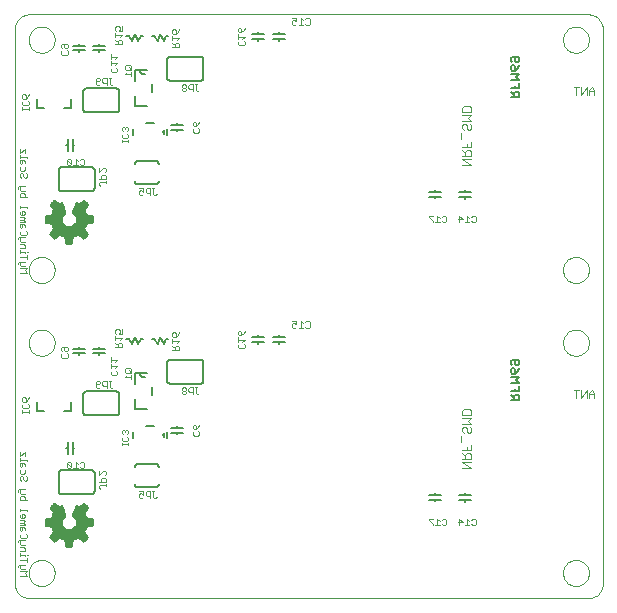
<source format=gbo>
G75*
%MOIN*%
%OFA0B0*%
%FSLAX24Y24*%
%IPPOS*%
%LPD*%
%AMOC8*
5,1,8,0,0,1.08239X$1,22.5*
%
%ADD10C,0.0000*%
%ADD11C,0.0020*%
%ADD12R,0.0025X0.0005*%
%ADD13R,0.0040X0.0005*%
%ADD14R,0.0050X0.0005*%
%ADD15R,0.0060X0.0005*%
%ADD16R,0.0065X0.0005*%
%ADD17R,0.0075X0.0005*%
%ADD18R,0.0085X0.0005*%
%ADD19R,0.0090X0.0005*%
%ADD20R,0.0100X0.0005*%
%ADD21R,0.0110X0.0005*%
%ADD22R,0.0125X0.0005*%
%ADD23R,0.0135X0.0005*%
%ADD24R,0.0150X0.0005*%
%ADD25R,0.0160X0.0005*%
%ADD26R,0.0175X0.0005*%
%ADD27R,0.0185X0.0005*%
%ADD28R,0.0200X0.0005*%
%ADD29R,0.0015X0.0005*%
%ADD30R,0.0210X0.0005*%
%ADD31R,0.0220X0.0005*%
%ADD32R,0.0225X0.0005*%
%ADD33R,0.0235X0.0005*%
%ADD34R,0.0245X0.0005*%
%ADD35R,0.0260X0.0005*%
%ADD36R,0.0270X0.0005*%
%ADD37R,0.0285X0.0005*%
%ADD38R,0.0400X0.0005*%
%ADD39R,0.0410X0.0005*%
%ADD40R,0.0415X0.0005*%
%ADD41R,0.0420X0.0005*%
%ADD42R,0.0425X0.0005*%
%ADD43R,0.0430X0.0005*%
%ADD44R,0.0435X0.0005*%
%ADD45R,0.0445X0.0005*%
%ADD46R,0.0450X0.0005*%
%ADD47R,0.0455X0.0005*%
%ADD48R,0.0460X0.0005*%
%ADD49R,0.0440X0.0005*%
%ADD50R,0.0465X0.0005*%
%ADD51R,0.0470X0.0005*%
%ADD52R,0.0475X0.0005*%
%ADD53R,0.0480X0.0005*%
%ADD54R,0.0485X0.0005*%
%ADD55R,0.0490X0.0005*%
%ADD56R,0.0495X0.0005*%
%ADD57R,0.0510X0.0005*%
%ADD58R,0.0530X0.0005*%
%ADD59R,0.0555X0.0005*%
%ADD60R,0.0580X0.0005*%
%ADD61R,0.0600X0.0005*%
%ADD62R,0.0615X0.0005*%
%ADD63R,0.0620X0.0005*%
%ADD64R,0.0610X0.0005*%
%ADD65R,0.0605X0.0005*%
%ADD66R,0.0595X0.0005*%
%ADD67R,0.0590X0.0005*%
%ADD68R,0.0570X0.0005*%
%ADD69R,0.0545X0.0005*%
%ADD70R,0.0540X0.0005*%
%ADD71R,0.0520X0.0005*%
%ADD72R,0.0500X0.0005*%
%ADD73R,0.0505X0.0005*%
%ADD74R,0.0515X0.0005*%
%ADD75R,0.1135X0.0005*%
%ADD76R,0.1125X0.0005*%
%ADD77R,0.1120X0.0005*%
%ADD78R,0.1115X0.0005*%
%ADD79R,0.1105X0.0005*%
%ADD80R,0.1095X0.0005*%
%ADD81R,0.1090X0.0005*%
%ADD82R,0.1085X0.0005*%
%ADD83R,0.1075X0.0005*%
%ADD84R,0.1070X0.0005*%
%ADD85R,0.1145X0.0005*%
%ADD86R,0.1155X0.0005*%
%ADD87R,0.1160X0.0005*%
%ADD88R,0.1165X0.0005*%
%ADD89R,0.1175X0.0005*%
%ADD90R,0.1180X0.0005*%
%ADD91R,0.1185X0.0005*%
%ADD92R,0.1195X0.0005*%
%ADD93R,0.1205X0.0005*%
%ADD94R,0.1215X0.0005*%
%ADD95R,0.1225X0.0005*%
%ADD96R,0.1235X0.0005*%
%ADD97R,0.1245X0.0005*%
%ADD98R,0.1255X0.0005*%
%ADD99R,0.1265X0.0005*%
%ADD100R,0.1275X0.0005*%
%ADD101R,0.1285X0.0005*%
%ADD102R,0.1290X0.0005*%
%ADD103R,0.1295X0.0005*%
%ADD104R,0.1305X0.0005*%
%ADD105R,0.0300X0.0005*%
%ADD106R,0.0585X0.0005*%
%ADD107R,0.0565X0.0005*%
%ADD108R,0.0290X0.0005*%
%ADD109R,0.0275X0.0005*%
%ADD110R,0.0535X0.0005*%
%ADD111R,0.0265X0.0005*%
%ADD112R,0.0250X0.0005*%
%ADD113R,0.0240X0.0005*%
%ADD114R,0.0215X0.0005*%
%ADD115R,0.0395X0.0005*%
%ADD116R,0.0190X0.0005*%
%ADD117R,0.0365X0.0005*%
%ADD118R,0.0345X0.0005*%
%ADD119R,0.0165X0.0005*%
%ADD120R,0.0325X0.0005*%
%ADD121R,0.0315X0.0005*%
%ADD122R,0.0140X0.0005*%
%ADD123R,0.0305X0.0005*%
%ADD124R,0.0130X0.0005*%
%ADD125R,0.0115X0.0005*%
%ADD126R,0.0105X0.0005*%
%ADD127R,0.0080X0.0005*%
%ADD128R,0.0295X0.0005*%
%ADD129R,0.0055X0.0005*%
%ADD130R,0.0030X0.0005*%
%ADD131R,0.0010X0.0005*%
%ADD132R,0.0255X0.0005*%
%ADD133C,0.0030*%
%ADD134C,0.0050*%
%ADD135C,0.0079*%
%ADD136C,0.0080*%
%ADD137C,0.0060*%
D10*
X005610Y001350D02*
X005610Y019820D01*
X005612Y019864D01*
X005618Y019907D01*
X005627Y019949D01*
X005640Y019991D01*
X005657Y020031D01*
X005677Y020070D01*
X005700Y020107D01*
X005727Y020141D01*
X005756Y020174D01*
X005789Y020203D01*
X005823Y020230D01*
X005860Y020253D01*
X005899Y020273D01*
X005939Y020290D01*
X005981Y020303D01*
X006023Y020312D01*
X006066Y020318D01*
X006110Y020320D01*
X024716Y020320D01*
X024760Y020318D01*
X024803Y020312D01*
X024845Y020303D01*
X024887Y020290D01*
X024927Y020273D01*
X024966Y020253D01*
X025003Y020230D01*
X025037Y020203D01*
X025070Y020174D01*
X025099Y020141D01*
X025126Y020107D01*
X025149Y020070D01*
X025169Y020031D01*
X025186Y019991D01*
X025199Y019949D01*
X025208Y019907D01*
X025214Y019864D01*
X025216Y019820D01*
X025216Y001350D01*
X025214Y001306D01*
X025208Y001263D01*
X025199Y001221D01*
X025186Y001179D01*
X025169Y001139D01*
X025149Y001100D01*
X025126Y001063D01*
X025099Y001029D01*
X025070Y000996D01*
X025037Y000967D01*
X025003Y000940D01*
X024966Y000917D01*
X024927Y000897D01*
X024887Y000880D01*
X024845Y000867D01*
X024803Y000858D01*
X024760Y000852D01*
X024716Y000850D01*
X006110Y000850D01*
X006066Y000852D01*
X006023Y000858D01*
X005981Y000867D01*
X005939Y000880D01*
X005899Y000897D01*
X005860Y000917D01*
X005823Y000940D01*
X005789Y000967D01*
X005756Y000996D01*
X005727Y001029D01*
X005700Y001063D01*
X005677Y001100D01*
X005657Y001139D01*
X005640Y001179D01*
X005627Y001221D01*
X005618Y001263D01*
X005612Y001306D01*
X005610Y001350D01*
X006075Y001698D02*
X006077Y001739D01*
X006083Y001780D01*
X006093Y001820D01*
X006106Y001859D01*
X006123Y001896D01*
X006144Y001932D01*
X006168Y001966D01*
X006195Y001997D01*
X006224Y002025D01*
X006257Y002051D01*
X006291Y002073D01*
X006328Y002092D01*
X006366Y002107D01*
X006406Y002119D01*
X006446Y002127D01*
X006487Y002131D01*
X006529Y002131D01*
X006570Y002127D01*
X006610Y002119D01*
X006650Y002107D01*
X006688Y002092D01*
X006724Y002073D01*
X006759Y002051D01*
X006792Y002025D01*
X006821Y001997D01*
X006848Y001966D01*
X006872Y001932D01*
X006893Y001896D01*
X006910Y001859D01*
X006923Y001820D01*
X006933Y001780D01*
X006939Y001739D01*
X006941Y001698D01*
X006939Y001657D01*
X006933Y001616D01*
X006923Y001576D01*
X006910Y001537D01*
X006893Y001500D01*
X006872Y001464D01*
X006848Y001430D01*
X006821Y001399D01*
X006792Y001371D01*
X006759Y001345D01*
X006725Y001323D01*
X006688Y001304D01*
X006650Y001289D01*
X006610Y001277D01*
X006570Y001269D01*
X006529Y001265D01*
X006487Y001265D01*
X006446Y001269D01*
X006406Y001277D01*
X006366Y001289D01*
X006328Y001304D01*
X006292Y001323D01*
X006257Y001345D01*
X006224Y001371D01*
X006195Y001399D01*
X006168Y001430D01*
X006144Y001464D01*
X006123Y001500D01*
X006106Y001537D01*
X006093Y001576D01*
X006083Y001616D01*
X006077Y001657D01*
X006075Y001698D01*
X006075Y009372D02*
X006077Y009413D01*
X006083Y009454D01*
X006093Y009494D01*
X006106Y009533D01*
X006123Y009570D01*
X006144Y009606D01*
X006168Y009640D01*
X006195Y009671D01*
X006224Y009699D01*
X006257Y009725D01*
X006291Y009747D01*
X006328Y009766D01*
X006366Y009781D01*
X006406Y009793D01*
X006446Y009801D01*
X006487Y009805D01*
X006529Y009805D01*
X006570Y009801D01*
X006610Y009793D01*
X006650Y009781D01*
X006688Y009766D01*
X006724Y009747D01*
X006759Y009725D01*
X006792Y009699D01*
X006821Y009671D01*
X006848Y009640D01*
X006872Y009606D01*
X006893Y009570D01*
X006910Y009533D01*
X006923Y009494D01*
X006933Y009454D01*
X006939Y009413D01*
X006941Y009372D01*
X006939Y009331D01*
X006933Y009290D01*
X006923Y009250D01*
X006910Y009211D01*
X006893Y009174D01*
X006872Y009138D01*
X006848Y009104D01*
X006821Y009073D01*
X006792Y009045D01*
X006759Y009019D01*
X006725Y008997D01*
X006688Y008978D01*
X006650Y008963D01*
X006610Y008951D01*
X006570Y008943D01*
X006529Y008939D01*
X006487Y008939D01*
X006446Y008943D01*
X006406Y008951D01*
X006366Y008963D01*
X006328Y008978D01*
X006292Y008997D01*
X006257Y009019D01*
X006224Y009045D01*
X006195Y009073D01*
X006168Y009104D01*
X006144Y009138D01*
X006123Y009174D01*
X006106Y009211D01*
X006093Y009250D01*
X006083Y009290D01*
X006077Y009331D01*
X006075Y009372D01*
X006075Y011798D02*
X006077Y011839D01*
X006083Y011880D01*
X006093Y011920D01*
X006106Y011959D01*
X006123Y011996D01*
X006144Y012032D01*
X006168Y012066D01*
X006195Y012097D01*
X006224Y012125D01*
X006257Y012151D01*
X006291Y012173D01*
X006328Y012192D01*
X006366Y012207D01*
X006406Y012219D01*
X006446Y012227D01*
X006487Y012231D01*
X006529Y012231D01*
X006570Y012227D01*
X006610Y012219D01*
X006650Y012207D01*
X006688Y012192D01*
X006724Y012173D01*
X006759Y012151D01*
X006792Y012125D01*
X006821Y012097D01*
X006848Y012066D01*
X006872Y012032D01*
X006893Y011996D01*
X006910Y011959D01*
X006923Y011920D01*
X006933Y011880D01*
X006939Y011839D01*
X006941Y011798D01*
X006939Y011757D01*
X006933Y011716D01*
X006923Y011676D01*
X006910Y011637D01*
X006893Y011600D01*
X006872Y011564D01*
X006848Y011530D01*
X006821Y011499D01*
X006792Y011471D01*
X006759Y011445D01*
X006725Y011423D01*
X006688Y011404D01*
X006650Y011389D01*
X006610Y011377D01*
X006570Y011369D01*
X006529Y011365D01*
X006487Y011365D01*
X006446Y011369D01*
X006406Y011377D01*
X006366Y011389D01*
X006328Y011404D01*
X006292Y011423D01*
X006257Y011445D01*
X006224Y011471D01*
X006195Y011499D01*
X006168Y011530D01*
X006144Y011564D01*
X006123Y011600D01*
X006106Y011637D01*
X006093Y011676D01*
X006083Y011716D01*
X006077Y011757D01*
X006075Y011798D01*
X006075Y019472D02*
X006077Y019513D01*
X006083Y019554D01*
X006093Y019594D01*
X006106Y019633D01*
X006123Y019670D01*
X006144Y019706D01*
X006168Y019740D01*
X006195Y019771D01*
X006224Y019799D01*
X006257Y019825D01*
X006291Y019847D01*
X006328Y019866D01*
X006366Y019881D01*
X006406Y019893D01*
X006446Y019901D01*
X006487Y019905D01*
X006529Y019905D01*
X006570Y019901D01*
X006610Y019893D01*
X006650Y019881D01*
X006688Y019866D01*
X006724Y019847D01*
X006759Y019825D01*
X006792Y019799D01*
X006821Y019771D01*
X006848Y019740D01*
X006872Y019706D01*
X006893Y019670D01*
X006910Y019633D01*
X006923Y019594D01*
X006933Y019554D01*
X006939Y019513D01*
X006941Y019472D01*
X006939Y019431D01*
X006933Y019390D01*
X006923Y019350D01*
X006910Y019311D01*
X006893Y019274D01*
X006872Y019238D01*
X006848Y019204D01*
X006821Y019173D01*
X006792Y019145D01*
X006759Y019119D01*
X006725Y019097D01*
X006688Y019078D01*
X006650Y019063D01*
X006610Y019051D01*
X006570Y019043D01*
X006529Y019039D01*
X006487Y019039D01*
X006446Y019043D01*
X006406Y019051D01*
X006366Y019063D01*
X006328Y019078D01*
X006292Y019097D01*
X006257Y019119D01*
X006224Y019145D01*
X006195Y019173D01*
X006168Y019204D01*
X006144Y019238D01*
X006123Y019274D01*
X006106Y019311D01*
X006093Y019350D01*
X006083Y019390D01*
X006077Y019431D01*
X006075Y019472D01*
X023885Y019472D02*
X023887Y019513D01*
X023893Y019554D01*
X023903Y019594D01*
X023916Y019633D01*
X023933Y019670D01*
X023954Y019706D01*
X023978Y019740D01*
X024005Y019771D01*
X024034Y019799D01*
X024067Y019825D01*
X024101Y019847D01*
X024138Y019866D01*
X024176Y019881D01*
X024216Y019893D01*
X024256Y019901D01*
X024297Y019905D01*
X024339Y019905D01*
X024380Y019901D01*
X024420Y019893D01*
X024460Y019881D01*
X024498Y019866D01*
X024534Y019847D01*
X024569Y019825D01*
X024602Y019799D01*
X024631Y019771D01*
X024658Y019740D01*
X024682Y019706D01*
X024703Y019670D01*
X024720Y019633D01*
X024733Y019594D01*
X024743Y019554D01*
X024749Y019513D01*
X024751Y019472D01*
X024749Y019431D01*
X024743Y019390D01*
X024733Y019350D01*
X024720Y019311D01*
X024703Y019274D01*
X024682Y019238D01*
X024658Y019204D01*
X024631Y019173D01*
X024602Y019145D01*
X024569Y019119D01*
X024535Y019097D01*
X024498Y019078D01*
X024460Y019063D01*
X024420Y019051D01*
X024380Y019043D01*
X024339Y019039D01*
X024297Y019039D01*
X024256Y019043D01*
X024216Y019051D01*
X024176Y019063D01*
X024138Y019078D01*
X024102Y019097D01*
X024067Y019119D01*
X024034Y019145D01*
X024005Y019173D01*
X023978Y019204D01*
X023954Y019238D01*
X023933Y019274D01*
X023916Y019311D01*
X023903Y019350D01*
X023893Y019390D01*
X023887Y019431D01*
X023885Y019472D01*
X023885Y011798D02*
X023887Y011839D01*
X023893Y011880D01*
X023903Y011920D01*
X023916Y011959D01*
X023933Y011996D01*
X023954Y012032D01*
X023978Y012066D01*
X024005Y012097D01*
X024034Y012125D01*
X024067Y012151D01*
X024101Y012173D01*
X024138Y012192D01*
X024176Y012207D01*
X024216Y012219D01*
X024256Y012227D01*
X024297Y012231D01*
X024339Y012231D01*
X024380Y012227D01*
X024420Y012219D01*
X024460Y012207D01*
X024498Y012192D01*
X024534Y012173D01*
X024569Y012151D01*
X024602Y012125D01*
X024631Y012097D01*
X024658Y012066D01*
X024682Y012032D01*
X024703Y011996D01*
X024720Y011959D01*
X024733Y011920D01*
X024743Y011880D01*
X024749Y011839D01*
X024751Y011798D01*
X024749Y011757D01*
X024743Y011716D01*
X024733Y011676D01*
X024720Y011637D01*
X024703Y011600D01*
X024682Y011564D01*
X024658Y011530D01*
X024631Y011499D01*
X024602Y011471D01*
X024569Y011445D01*
X024535Y011423D01*
X024498Y011404D01*
X024460Y011389D01*
X024420Y011377D01*
X024380Y011369D01*
X024339Y011365D01*
X024297Y011365D01*
X024256Y011369D01*
X024216Y011377D01*
X024176Y011389D01*
X024138Y011404D01*
X024102Y011423D01*
X024067Y011445D01*
X024034Y011471D01*
X024005Y011499D01*
X023978Y011530D01*
X023954Y011564D01*
X023933Y011600D01*
X023916Y011637D01*
X023903Y011676D01*
X023893Y011716D01*
X023887Y011757D01*
X023885Y011798D01*
X023885Y009372D02*
X023887Y009413D01*
X023893Y009454D01*
X023903Y009494D01*
X023916Y009533D01*
X023933Y009570D01*
X023954Y009606D01*
X023978Y009640D01*
X024005Y009671D01*
X024034Y009699D01*
X024067Y009725D01*
X024101Y009747D01*
X024138Y009766D01*
X024176Y009781D01*
X024216Y009793D01*
X024256Y009801D01*
X024297Y009805D01*
X024339Y009805D01*
X024380Y009801D01*
X024420Y009793D01*
X024460Y009781D01*
X024498Y009766D01*
X024534Y009747D01*
X024569Y009725D01*
X024602Y009699D01*
X024631Y009671D01*
X024658Y009640D01*
X024682Y009606D01*
X024703Y009570D01*
X024720Y009533D01*
X024733Y009494D01*
X024743Y009454D01*
X024749Y009413D01*
X024751Y009372D01*
X024749Y009331D01*
X024743Y009290D01*
X024733Y009250D01*
X024720Y009211D01*
X024703Y009174D01*
X024682Y009138D01*
X024658Y009104D01*
X024631Y009073D01*
X024602Y009045D01*
X024569Y009019D01*
X024535Y008997D01*
X024498Y008978D01*
X024460Y008963D01*
X024420Y008951D01*
X024380Y008943D01*
X024339Y008939D01*
X024297Y008939D01*
X024256Y008943D01*
X024216Y008951D01*
X024176Y008963D01*
X024138Y008978D01*
X024102Y008997D01*
X024067Y009019D01*
X024034Y009045D01*
X024005Y009073D01*
X023978Y009104D01*
X023954Y009138D01*
X023933Y009174D01*
X023916Y009211D01*
X023903Y009250D01*
X023893Y009290D01*
X023887Y009331D01*
X023885Y009372D01*
X023885Y001698D02*
X023887Y001739D01*
X023893Y001780D01*
X023903Y001820D01*
X023916Y001859D01*
X023933Y001896D01*
X023954Y001932D01*
X023978Y001966D01*
X024005Y001997D01*
X024034Y002025D01*
X024067Y002051D01*
X024101Y002073D01*
X024138Y002092D01*
X024176Y002107D01*
X024216Y002119D01*
X024256Y002127D01*
X024297Y002131D01*
X024339Y002131D01*
X024380Y002127D01*
X024420Y002119D01*
X024460Y002107D01*
X024498Y002092D01*
X024534Y002073D01*
X024569Y002051D01*
X024602Y002025D01*
X024631Y001997D01*
X024658Y001966D01*
X024682Y001932D01*
X024703Y001896D01*
X024720Y001859D01*
X024733Y001820D01*
X024743Y001780D01*
X024749Y001739D01*
X024751Y001698D01*
X024749Y001657D01*
X024743Y001616D01*
X024733Y001576D01*
X024720Y001537D01*
X024703Y001500D01*
X024682Y001464D01*
X024658Y001430D01*
X024631Y001399D01*
X024602Y001371D01*
X024569Y001345D01*
X024535Y001323D01*
X024498Y001304D01*
X024460Y001289D01*
X024420Y001277D01*
X024380Y001269D01*
X024339Y001265D01*
X024297Y001265D01*
X024256Y001269D01*
X024216Y001277D01*
X024176Y001289D01*
X024138Y001304D01*
X024102Y001323D01*
X024067Y001345D01*
X024034Y001371D01*
X024005Y001399D01*
X023978Y001430D01*
X023954Y001464D01*
X023933Y001500D01*
X023916Y001537D01*
X023903Y001576D01*
X023893Y001616D01*
X023887Y001657D01*
X023885Y001698D01*
D11*
X020983Y003322D02*
X020946Y003285D01*
X020873Y003285D01*
X020836Y003322D01*
X020762Y003285D02*
X020615Y003285D01*
X020689Y003285D02*
X020689Y003505D01*
X020762Y003432D01*
X020836Y003468D02*
X020873Y003505D01*
X020946Y003505D01*
X020983Y003468D01*
X020983Y003322D01*
X020541Y003395D02*
X020394Y003395D01*
X020431Y003285D02*
X020431Y003505D01*
X020541Y003395D01*
X019993Y003322D02*
X019956Y003285D01*
X019883Y003285D01*
X019846Y003322D01*
X019772Y003285D02*
X019625Y003285D01*
X019699Y003285D02*
X019699Y003505D01*
X019772Y003432D01*
X019846Y003468D02*
X019883Y003505D01*
X019956Y003505D01*
X019993Y003468D01*
X019993Y003322D01*
X019551Y003322D02*
X019551Y003285D01*
X019551Y003322D02*
X019404Y003468D01*
X019404Y003505D01*
X019551Y003505D01*
X024328Y007520D02*
X024328Y007780D01*
X024414Y007780D02*
X024241Y007780D01*
X024499Y007780D02*
X024499Y007520D01*
X024672Y007780D01*
X024672Y007520D01*
X024757Y007520D02*
X024757Y007693D01*
X024843Y007780D01*
X024930Y007693D01*
X024930Y007520D01*
X024930Y007650D02*
X024757Y007650D01*
X020946Y013385D02*
X020873Y013385D01*
X020836Y013422D01*
X020762Y013385D02*
X020615Y013385D01*
X020689Y013385D02*
X020689Y013605D01*
X020762Y013532D01*
X020836Y013568D02*
X020873Y013605D01*
X020946Y013605D01*
X020983Y013568D01*
X020983Y013422D01*
X020946Y013385D01*
X020541Y013495D02*
X020394Y013495D01*
X020431Y013385D02*
X020431Y013605D01*
X020541Y013495D01*
X019993Y013422D02*
X019956Y013385D01*
X019883Y013385D01*
X019846Y013422D01*
X019772Y013385D02*
X019625Y013385D01*
X019699Y013385D02*
X019699Y013605D01*
X019772Y013532D01*
X019846Y013568D02*
X019883Y013605D01*
X019956Y013605D01*
X019993Y013568D01*
X019993Y013422D01*
X019551Y013422D02*
X019551Y013385D01*
X019551Y013422D02*
X019404Y013568D01*
X019404Y013605D01*
X019551Y013605D01*
X015440Y010058D02*
X015440Y009912D01*
X015403Y009875D01*
X015330Y009875D01*
X015293Y009912D01*
X015219Y009875D02*
X015072Y009875D01*
X015146Y009875D02*
X015146Y010095D01*
X015219Y010022D01*
X015293Y010058D02*
X015330Y010095D01*
X015403Y010095D01*
X015440Y010058D01*
X014998Y010095D02*
X014998Y009985D01*
X014925Y010022D01*
X014888Y010022D01*
X014851Y009985D01*
X014851Y009912D01*
X014888Y009875D01*
X014961Y009875D01*
X014998Y009912D01*
X014998Y010095D02*
X014851Y010095D01*
X013275Y009769D02*
X013239Y009695D01*
X013165Y009622D01*
X013165Y009732D01*
X013128Y009769D01*
X013092Y009769D01*
X013055Y009732D01*
X013055Y009659D01*
X013092Y009622D01*
X013165Y009622D01*
X013055Y009548D02*
X013055Y009401D01*
X013055Y009474D02*
X013275Y009474D01*
X013202Y009401D01*
X013239Y009327D02*
X013275Y009290D01*
X013275Y009217D01*
X013239Y009180D01*
X013092Y009180D01*
X013055Y009217D01*
X013055Y009290D01*
X013092Y009327D01*
X011695Y007880D02*
X011621Y007880D01*
X011658Y007880D02*
X011658Y007697D01*
X011695Y007660D01*
X011731Y007660D01*
X011768Y007697D01*
X011547Y007733D02*
X011437Y007733D01*
X011400Y007770D01*
X011400Y007843D01*
X011437Y007880D01*
X011547Y007880D01*
X011547Y007660D01*
X011326Y007697D02*
X011326Y007733D01*
X011289Y007770D01*
X011216Y007770D01*
X011179Y007733D01*
X011179Y007697D01*
X011216Y007660D01*
X011289Y007660D01*
X011326Y007697D01*
X011289Y007770D02*
X011326Y007807D01*
X011326Y007843D01*
X011289Y007880D01*
X011216Y007880D01*
X011179Y007843D01*
X011179Y007807D01*
X011216Y007770D01*
X011582Y006646D02*
X011618Y006646D01*
X011655Y006609D01*
X011655Y006499D01*
X011582Y006499D01*
X011545Y006536D01*
X011545Y006609D01*
X011582Y006646D01*
X011729Y006572D02*
X011655Y006499D01*
X011729Y006572D02*
X011765Y006646D01*
X011729Y006425D02*
X011765Y006388D01*
X011765Y006315D01*
X011729Y006278D01*
X011582Y006278D01*
X011545Y006315D01*
X011545Y006388D01*
X011582Y006425D01*
X009500Y008152D02*
X009500Y008299D01*
X009500Y008226D02*
X009280Y008226D01*
X009353Y008299D01*
X009317Y008373D02*
X009463Y008373D01*
X009500Y008410D01*
X009500Y008483D01*
X009463Y008520D01*
X009317Y008520D01*
X009280Y008483D01*
X009280Y008410D01*
X009317Y008373D01*
X009427Y008447D02*
X009500Y008373D01*
X009035Y008407D02*
X009035Y008334D01*
X008999Y008297D01*
X008852Y008297D01*
X008815Y008334D01*
X008815Y008407D01*
X008852Y008444D01*
X008815Y008518D02*
X008815Y008665D01*
X008815Y008591D02*
X009035Y008591D01*
X008962Y008518D01*
X008999Y008444D02*
X009035Y008407D01*
X008820Y008090D02*
X008746Y008090D01*
X008783Y008090D02*
X008783Y007907D01*
X008820Y007870D01*
X008856Y007870D01*
X008893Y007907D01*
X008672Y007943D02*
X008562Y007943D01*
X008525Y007980D01*
X008525Y008053D01*
X008562Y008090D01*
X008672Y008090D01*
X008672Y007870D01*
X008451Y007907D02*
X008414Y007870D01*
X008341Y007870D01*
X008304Y007907D01*
X008304Y008053D01*
X008341Y008090D01*
X008414Y008090D01*
X008451Y008053D01*
X008451Y008017D01*
X008414Y007980D01*
X008304Y007980D01*
X008815Y008739D02*
X008815Y008886D01*
X008815Y008812D02*
X009035Y008812D01*
X008962Y008739D01*
X008965Y009227D02*
X009185Y009227D01*
X009185Y009337D01*
X009149Y009374D01*
X009075Y009374D01*
X009038Y009337D01*
X009038Y009227D01*
X009038Y009300D02*
X008965Y009374D01*
X008965Y009448D02*
X008965Y009595D01*
X008965Y009521D02*
X009185Y009521D01*
X009112Y009448D01*
X009075Y009669D02*
X009112Y009742D01*
X009112Y009779D01*
X009075Y009816D01*
X009002Y009816D01*
X008965Y009779D01*
X008965Y009706D01*
X009002Y009669D01*
X009075Y009669D02*
X009185Y009669D01*
X009185Y009816D01*
X010865Y009679D02*
X010865Y009606D01*
X010902Y009569D01*
X010975Y009569D01*
X010975Y009679D01*
X010938Y009716D01*
X010902Y009716D01*
X010865Y009679D01*
X010975Y009569D02*
X011049Y009642D01*
X011085Y009716D01*
X010865Y009495D02*
X010865Y009348D01*
X010865Y009421D02*
X011085Y009421D01*
X011012Y009348D01*
X011049Y009274D02*
X010975Y009274D01*
X010938Y009237D01*
X010938Y009127D01*
X010865Y009127D02*
X011085Y009127D01*
X011085Y009237D01*
X011049Y009274D01*
X010938Y009200D02*
X010865Y009274D01*
X009354Y006465D02*
X009317Y006465D01*
X009280Y006428D01*
X009243Y006465D01*
X009207Y006465D01*
X009170Y006428D01*
X009170Y006355D01*
X009207Y006318D01*
X009207Y006244D02*
X009170Y006207D01*
X009170Y006134D01*
X009207Y006097D01*
X009354Y006097D01*
X009390Y006134D01*
X009390Y006207D01*
X009354Y006244D01*
X009354Y006318D02*
X009390Y006355D01*
X009390Y006428D01*
X009354Y006465D01*
X009280Y006428D02*
X009280Y006392D01*
X009170Y006023D02*
X009170Y005950D01*
X009170Y005987D02*
X009390Y005987D01*
X009390Y006023D02*
X009390Y005950D01*
X008604Y005099D02*
X008640Y005062D01*
X008640Y004989D01*
X008604Y004952D01*
X008604Y004878D02*
X008530Y004878D01*
X008493Y004841D01*
X008493Y004731D01*
X008420Y004731D02*
X008640Y004731D01*
X008640Y004841D01*
X008604Y004878D01*
X008420Y004952D02*
X008420Y005099D01*
X008420Y004952D02*
X008567Y005099D01*
X008604Y005099D01*
X008640Y004657D02*
X008640Y004583D01*
X008640Y004620D02*
X008457Y004620D01*
X008420Y004583D01*
X008420Y004547D01*
X008457Y004510D01*
X007896Y005185D02*
X007823Y005185D01*
X007786Y005222D01*
X007712Y005185D02*
X007565Y005185D01*
X007639Y005185D02*
X007639Y005405D01*
X007712Y005332D01*
X007786Y005368D02*
X007823Y005405D01*
X007896Y005405D01*
X007933Y005368D01*
X007933Y005222D01*
X007896Y005185D01*
X007491Y005222D02*
X007344Y005368D01*
X007344Y005222D01*
X007381Y005185D01*
X007454Y005185D01*
X007491Y005222D01*
X007491Y005368D01*
X007454Y005405D01*
X007381Y005405D01*
X007344Y005368D01*
X006010Y005442D02*
X006010Y005478D01*
X005790Y005478D01*
X005790Y005442D02*
X005790Y005515D01*
X005790Y005589D02*
X005790Y005736D01*
X005937Y005736D02*
X005790Y005589D01*
X005937Y005589D02*
X005937Y005736D01*
X005900Y005367D02*
X005790Y005367D01*
X005790Y005257D01*
X005827Y005221D01*
X005863Y005257D01*
X005863Y005367D01*
X005900Y005367D02*
X005937Y005331D01*
X005937Y005257D01*
X005937Y005146D02*
X005937Y005036D01*
X005900Y005000D01*
X005827Y005000D01*
X005790Y005036D01*
X005790Y005146D01*
X005827Y004925D02*
X005790Y004889D01*
X005790Y004815D01*
X005827Y004779D01*
X005900Y004815D02*
X005900Y004889D01*
X005863Y004925D01*
X005827Y004925D01*
X005900Y004815D02*
X005937Y004779D01*
X005974Y004779D01*
X006010Y004815D01*
X006010Y004889D01*
X005974Y004925D01*
X005937Y004484D02*
X005753Y004484D01*
X005717Y004447D01*
X005717Y004410D01*
X005790Y004373D02*
X005790Y004484D01*
X005790Y004373D02*
X005827Y004337D01*
X005937Y004337D01*
X005900Y004263D02*
X005937Y004226D01*
X005937Y004116D01*
X006010Y004116D02*
X005790Y004116D01*
X005790Y004226D01*
X005827Y004263D01*
X005900Y004263D01*
X005790Y003821D02*
X005790Y003747D01*
X005790Y003784D02*
X006010Y003784D01*
X006010Y003747D01*
X005900Y003673D02*
X005863Y003673D01*
X005863Y003526D01*
X005827Y003526D02*
X005900Y003526D01*
X005937Y003563D01*
X005937Y003637D01*
X005900Y003673D01*
X005790Y003637D02*
X005790Y003563D01*
X005827Y003526D01*
X005790Y003452D02*
X005900Y003452D01*
X005937Y003416D01*
X005900Y003379D01*
X005790Y003379D01*
X005790Y003305D02*
X005937Y003305D01*
X005937Y003342D01*
X005900Y003379D01*
X005900Y003231D02*
X005790Y003231D01*
X005790Y003121D01*
X005827Y003084D01*
X005863Y003121D01*
X005863Y003231D01*
X005900Y003231D02*
X005937Y003195D01*
X005937Y003121D01*
X005974Y003010D02*
X006010Y002974D01*
X006010Y002900D01*
X005974Y002863D01*
X005827Y002863D01*
X005790Y002900D01*
X005790Y002974D01*
X005827Y003010D01*
X005790Y002789D02*
X005790Y002679D01*
X005827Y002642D01*
X005937Y002642D01*
X005900Y002568D02*
X005790Y002568D01*
X005900Y002568D02*
X005937Y002532D01*
X005937Y002422D01*
X005790Y002422D01*
X005790Y002348D02*
X005790Y002274D01*
X005790Y002311D02*
X005937Y002311D01*
X005937Y002274D01*
X006010Y002311D02*
X006047Y002311D01*
X006010Y002200D02*
X006010Y002053D01*
X006010Y002127D02*
X005790Y002127D01*
X005790Y001979D02*
X005790Y001869D01*
X005827Y001832D01*
X005937Y001832D01*
X006010Y001758D02*
X005790Y001758D01*
X005790Y001611D02*
X006010Y001611D01*
X005937Y001685D01*
X006010Y001758D01*
X005937Y001979D02*
X005753Y001979D01*
X005717Y001942D01*
X005717Y001906D01*
X005717Y002716D02*
X005717Y002753D01*
X005753Y002789D01*
X005937Y002789D01*
X009749Y004237D02*
X009786Y004200D01*
X009859Y004200D01*
X009896Y004237D01*
X009896Y004310D02*
X009822Y004347D01*
X009786Y004347D01*
X009749Y004310D01*
X009749Y004237D01*
X009896Y004310D02*
X009896Y004420D01*
X009749Y004420D01*
X009970Y004383D02*
X009970Y004310D01*
X010006Y004273D01*
X010117Y004273D01*
X010117Y004200D02*
X010117Y004420D01*
X010006Y004420D01*
X009970Y004383D01*
X010191Y004420D02*
X010264Y004420D01*
X010227Y004420D02*
X010227Y004237D01*
X010264Y004200D01*
X010301Y004200D01*
X010338Y004237D01*
X006080Y007040D02*
X006080Y007113D01*
X006080Y007077D02*
X005860Y007077D01*
X005860Y007113D02*
X005860Y007040D01*
X005897Y007187D02*
X005860Y007224D01*
X005860Y007297D01*
X005897Y007334D01*
X005897Y007408D02*
X005860Y007445D01*
X005860Y007518D01*
X005897Y007555D01*
X005933Y007555D01*
X005970Y007518D01*
X005970Y007408D01*
X005897Y007408D01*
X005970Y007408D02*
X006044Y007482D01*
X006080Y007555D01*
X006044Y007334D02*
X006080Y007297D01*
X006080Y007224D01*
X006044Y007187D01*
X005897Y007187D01*
X007192Y008870D02*
X007155Y008907D01*
X007155Y008980D01*
X007192Y009017D01*
X007192Y009091D02*
X007155Y009128D01*
X007155Y009201D01*
X007192Y009238D01*
X007339Y009238D01*
X007375Y009201D01*
X007375Y009128D01*
X007339Y009091D01*
X007302Y009091D01*
X007265Y009128D01*
X007265Y009238D01*
X007339Y009017D02*
X007375Y008980D01*
X007375Y008907D01*
X007339Y008870D01*
X007192Y008870D01*
X006010Y011711D02*
X005937Y011785D01*
X006010Y011858D01*
X005790Y011858D01*
X005827Y011932D02*
X005790Y011969D01*
X005790Y012079D01*
X005753Y012079D02*
X005717Y012042D01*
X005717Y012006D01*
X005753Y012079D02*
X005937Y012079D01*
X006010Y012153D02*
X006010Y012300D01*
X006010Y012227D02*
X005790Y012227D01*
X005790Y012374D02*
X005790Y012448D01*
X005790Y012411D02*
X005937Y012411D01*
X005937Y012374D01*
X006010Y012411D02*
X006047Y012411D01*
X005937Y012522D02*
X005937Y012632D01*
X005900Y012668D01*
X005790Y012668D01*
X005827Y012742D02*
X005790Y012779D01*
X005790Y012889D01*
X005753Y012889D02*
X005717Y012853D01*
X005717Y012816D01*
X005753Y012889D02*
X005937Y012889D01*
X005974Y012963D02*
X005827Y012963D01*
X005790Y013000D01*
X005790Y013074D01*
X005827Y013110D01*
X005827Y013184D02*
X005863Y013221D01*
X005863Y013331D01*
X005900Y013331D02*
X005790Y013331D01*
X005790Y013221D01*
X005827Y013184D01*
X005937Y013221D02*
X005937Y013295D01*
X005900Y013331D01*
X005937Y013405D02*
X005937Y013442D01*
X005900Y013479D01*
X005937Y013516D01*
X005900Y013552D01*
X005790Y013552D01*
X005790Y013479D02*
X005900Y013479D01*
X005937Y013405D02*
X005790Y013405D01*
X005827Y013626D02*
X005900Y013626D01*
X005937Y013663D01*
X005937Y013737D01*
X005900Y013773D01*
X005863Y013773D01*
X005863Y013626D01*
X005827Y013626D02*
X005790Y013663D01*
X005790Y013737D01*
X005790Y013847D02*
X005790Y013921D01*
X005790Y013884D02*
X006010Y013884D01*
X006010Y013847D01*
X006010Y014216D02*
X005790Y014216D01*
X005790Y014326D01*
X005827Y014363D01*
X005900Y014363D01*
X005937Y014326D01*
X005937Y014216D01*
X005937Y014437D02*
X005827Y014437D01*
X005790Y014473D01*
X005790Y014584D01*
X005753Y014584D02*
X005717Y014547D01*
X005717Y014510D01*
X005753Y014584D02*
X005937Y014584D01*
X005937Y014879D02*
X005900Y014915D01*
X005900Y014989D01*
X005863Y015025D01*
X005827Y015025D01*
X005790Y014989D01*
X005790Y014915D01*
X005827Y014879D01*
X005937Y014879D02*
X005974Y014879D01*
X006010Y014915D01*
X006010Y014989D01*
X005974Y015025D01*
X005900Y015100D02*
X005827Y015100D01*
X005790Y015136D01*
X005790Y015246D01*
X005827Y015321D02*
X005863Y015357D01*
X005863Y015467D01*
X005900Y015467D02*
X005790Y015467D01*
X005790Y015357D01*
X005827Y015321D01*
X005937Y015357D02*
X005937Y015431D01*
X005900Y015467D01*
X005790Y015542D02*
X005790Y015615D01*
X005790Y015578D02*
X006010Y015578D01*
X006010Y015542D01*
X005937Y015689D02*
X005937Y015836D01*
X005790Y015689D01*
X005790Y015836D01*
X005937Y015246D02*
X005937Y015136D01*
X005900Y015100D01*
X007344Y015322D02*
X007381Y015285D01*
X007454Y015285D01*
X007491Y015322D01*
X007344Y015468D01*
X007344Y015322D01*
X007344Y015468D02*
X007381Y015505D01*
X007454Y015505D01*
X007491Y015468D01*
X007491Y015322D01*
X007565Y015285D02*
X007712Y015285D01*
X007639Y015285D02*
X007639Y015505D01*
X007712Y015432D01*
X007786Y015468D02*
X007823Y015505D01*
X007896Y015505D01*
X007933Y015468D01*
X007933Y015322D01*
X007896Y015285D01*
X007823Y015285D01*
X007786Y015322D01*
X008420Y015199D02*
X008420Y015052D01*
X008567Y015199D01*
X008604Y015199D01*
X008640Y015162D01*
X008640Y015089D01*
X008604Y015052D01*
X008604Y014978D02*
X008530Y014978D01*
X008493Y014941D01*
X008493Y014831D01*
X008420Y014831D02*
X008640Y014831D01*
X008640Y014941D01*
X008604Y014978D01*
X008640Y014757D02*
X008640Y014683D01*
X008640Y014720D02*
X008457Y014720D01*
X008420Y014683D01*
X008420Y014647D01*
X008457Y014610D01*
X009749Y014520D02*
X009896Y014520D01*
X009896Y014410D01*
X009822Y014447D01*
X009786Y014447D01*
X009749Y014410D01*
X009749Y014337D01*
X009786Y014300D01*
X009859Y014300D01*
X009896Y014337D01*
X009970Y014410D02*
X010006Y014373D01*
X010117Y014373D01*
X010117Y014300D02*
X010117Y014520D01*
X010006Y014520D01*
X009970Y014483D01*
X009970Y014410D01*
X010191Y014520D02*
X010264Y014520D01*
X010227Y014520D02*
X010227Y014337D01*
X010264Y014300D01*
X010301Y014300D01*
X010338Y014337D01*
X009390Y016050D02*
X009390Y016123D01*
X009390Y016087D02*
X009170Y016087D01*
X009170Y016123D02*
X009170Y016050D01*
X009207Y016197D02*
X009170Y016234D01*
X009170Y016307D01*
X009207Y016344D01*
X009207Y016418D02*
X009170Y016455D01*
X009170Y016528D01*
X009207Y016565D01*
X009243Y016565D01*
X009280Y016528D01*
X009280Y016492D01*
X009280Y016528D02*
X009317Y016565D01*
X009354Y016565D01*
X009390Y016528D01*
X009390Y016455D01*
X009354Y016418D01*
X009354Y016344D02*
X009390Y016307D01*
X009390Y016234D01*
X009354Y016197D01*
X009207Y016197D01*
X008856Y017970D02*
X008820Y017970D01*
X008783Y018007D01*
X008783Y018190D01*
X008820Y018190D02*
X008746Y018190D01*
X008672Y018190D02*
X008562Y018190D01*
X008525Y018153D01*
X008525Y018080D01*
X008562Y018043D01*
X008672Y018043D01*
X008672Y017970D02*
X008672Y018190D01*
X008451Y018153D02*
X008451Y018117D01*
X008414Y018080D01*
X008304Y018080D01*
X008304Y018007D02*
X008304Y018153D01*
X008341Y018190D01*
X008414Y018190D01*
X008451Y018153D01*
X008451Y018007D02*
X008414Y017970D01*
X008341Y017970D01*
X008304Y018007D01*
X008856Y017970D02*
X008893Y018007D01*
X009280Y018326D02*
X009500Y018326D01*
X009500Y018399D02*
X009500Y018252D01*
X009353Y018399D02*
X009280Y018326D01*
X009317Y018473D02*
X009463Y018473D01*
X009500Y018510D01*
X009500Y018583D01*
X009463Y018620D01*
X009317Y018620D01*
X009280Y018583D01*
X009280Y018510D01*
X009317Y018473D01*
X009427Y018547D02*
X009500Y018473D01*
X009035Y018507D02*
X009035Y018434D01*
X008999Y018397D01*
X008852Y018397D01*
X008815Y018434D01*
X008815Y018507D01*
X008852Y018544D01*
X008815Y018618D02*
X008815Y018765D01*
X008815Y018691D02*
X009035Y018691D01*
X008962Y018618D01*
X008999Y018544D02*
X009035Y018507D01*
X008962Y018839D02*
X009035Y018912D01*
X008815Y018912D01*
X008815Y018839D02*
X008815Y018986D01*
X008965Y019327D02*
X009185Y019327D01*
X009185Y019437D01*
X009149Y019474D01*
X009075Y019474D01*
X009038Y019437D01*
X009038Y019327D01*
X009038Y019400D02*
X008965Y019474D01*
X008965Y019548D02*
X008965Y019695D01*
X008965Y019621D02*
X009185Y019621D01*
X009112Y019548D01*
X009075Y019769D02*
X009112Y019842D01*
X009112Y019879D01*
X009075Y019916D01*
X009002Y019916D01*
X008965Y019879D01*
X008965Y019806D01*
X009002Y019769D01*
X009075Y019769D02*
X009185Y019769D01*
X009185Y019916D01*
X010865Y019779D02*
X010902Y019816D01*
X010938Y019816D01*
X010975Y019779D01*
X010975Y019669D01*
X010902Y019669D01*
X010865Y019706D01*
X010865Y019779D01*
X010975Y019669D02*
X011049Y019742D01*
X011085Y019816D01*
X011085Y019521D02*
X010865Y019521D01*
X010865Y019448D02*
X010865Y019595D01*
X011012Y019448D02*
X011085Y019521D01*
X011049Y019374D02*
X010975Y019374D01*
X010938Y019337D01*
X010938Y019227D01*
X010865Y019227D02*
X011085Y019227D01*
X011085Y019337D01*
X011049Y019374D01*
X010938Y019300D02*
X010865Y019374D01*
X011216Y017980D02*
X011179Y017943D01*
X011179Y017907D01*
X011216Y017870D01*
X011289Y017870D01*
X011326Y017907D01*
X011326Y017943D01*
X011289Y017980D01*
X011216Y017980D01*
X011216Y017870D02*
X011179Y017833D01*
X011179Y017797D01*
X011216Y017760D01*
X011289Y017760D01*
X011326Y017797D01*
X011326Y017833D01*
X011289Y017870D01*
X011400Y017870D02*
X011437Y017833D01*
X011547Y017833D01*
X011547Y017760D02*
X011547Y017980D01*
X011437Y017980D01*
X011400Y017943D01*
X011400Y017870D01*
X011621Y017980D02*
X011695Y017980D01*
X011658Y017980D02*
X011658Y017797D01*
X011695Y017760D01*
X011731Y017760D01*
X011768Y017797D01*
X011765Y016746D02*
X011729Y016672D01*
X011655Y016599D01*
X011655Y016709D01*
X011618Y016746D01*
X011582Y016746D01*
X011545Y016709D01*
X011545Y016636D01*
X011582Y016599D01*
X011655Y016599D01*
X011582Y016525D02*
X011545Y016488D01*
X011545Y016415D01*
X011582Y016378D01*
X011729Y016378D01*
X011765Y016415D01*
X011765Y016488D01*
X011729Y016525D01*
X013092Y019280D02*
X013055Y019317D01*
X013055Y019390D01*
X013092Y019427D01*
X013055Y019501D02*
X013055Y019648D01*
X013055Y019574D02*
X013275Y019574D01*
X013202Y019501D01*
X013239Y019427D02*
X013275Y019390D01*
X013275Y019317D01*
X013239Y019280D01*
X013092Y019280D01*
X013092Y019722D02*
X013055Y019759D01*
X013055Y019832D01*
X013092Y019869D01*
X013128Y019869D01*
X013165Y019832D01*
X013165Y019722D01*
X013092Y019722D01*
X013165Y019722D02*
X013239Y019795D01*
X013275Y019869D01*
X014851Y020012D02*
X014888Y019975D01*
X014961Y019975D01*
X014998Y020012D01*
X014998Y020085D02*
X014925Y020122D01*
X014888Y020122D01*
X014851Y020085D01*
X014851Y020012D01*
X014998Y020085D02*
X014998Y020195D01*
X014851Y020195D01*
X015146Y020195D02*
X015146Y019975D01*
X015219Y019975D02*
X015072Y019975D01*
X015219Y020122D02*
X015146Y020195D01*
X015293Y020158D02*
X015330Y020195D01*
X015403Y020195D01*
X015440Y020158D01*
X015440Y020012D01*
X015403Y019975D01*
X015330Y019975D01*
X015293Y020012D01*
X007375Y019301D02*
X007375Y019228D01*
X007339Y019191D01*
X007302Y019191D01*
X007265Y019228D01*
X007265Y019338D01*
X007192Y019338D02*
X007339Y019338D01*
X007375Y019301D01*
X007192Y019338D02*
X007155Y019301D01*
X007155Y019228D01*
X007192Y019191D01*
X007192Y019117D02*
X007155Y019080D01*
X007155Y019007D01*
X007192Y018970D01*
X007339Y018970D01*
X007375Y019007D01*
X007375Y019080D01*
X007339Y019117D01*
X006080Y017655D02*
X006044Y017582D01*
X005970Y017508D01*
X005970Y017618D01*
X005933Y017655D01*
X005897Y017655D01*
X005860Y017618D01*
X005860Y017545D01*
X005897Y017508D01*
X005970Y017508D01*
X005897Y017434D02*
X005860Y017397D01*
X005860Y017324D01*
X005897Y017287D01*
X006044Y017287D01*
X006080Y017324D01*
X006080Y017397D01*
X006044Y017434D01*
X006080Y017213D02*
X006080Y017140D01*
X006080Y017177D02*
X005860Y017177D01*
X005860Y017213D02*
X005860Y017140D01*
X005974Y013110D02*
X006010Y013074D01*
X006010Y013000D01*
X005974Y012963D01*
X005937Y012742D02*
X005827Y012742D01*
X005790Y012522D02*
X005937Y012522D01*
X005937Y011932D02*
X005827Y011932D01*
X005790Y011711D02*
X006010Y011711D01*
X024241Y017880D02*
X024414Y017880D01*
X024499Y017880D02*
X024499Y017620D01*
X024672Y017880D01*
X024672Y017620D01*
X024757Y017620D02*
X024757Y017793D01*
X024843Y017880D01*
X024930Y017793D01*
X024930Y017620D01*
X024930Y017750D02*
X024757Y017750D01*
X024328Y017620D02*
X024328Y017880D01*
D12*
X007925Y014105D03*
X007675Y014030D03*
X007185Y014030D03*
X006935Y014105D03*
X006935Y004005D03*
X007185Y003930D03*
X007675Y003930D03*
X007925Y004005D03*
D13*
X007923Y004000D03*
X007678Y003925D03*
X007183Y003925D03*
X006938Y004000D03*
X006938Y002715D03*
X007923Y002715D03*
X007923Y012815D03*
X006938Y012815D03*
X007183Y014025D03*
X006938Y014100D03*
X007678Y014025D03*
X007923Y014100D03*
D14*
X007923Y014095D03*
X007683Y014020D03*
X007178Y014020D03*
X006938Y014095D03*
X006938Y003995D03*
X007178Y003920D03*
X007683Y003920D03*
X007923Y003995D03*
D15*
X007923Y003990D03*
X007923Y014090D03*
D16*
X007685Y014015D03*
X007175Y014015D03*
X006940Y014090D03*
X006940Y012825D03*
X007920Y012825D03*
X006940Y003990D03*
X007175Y003915D03*
X007685Y003915D03*
X007920Y002725D03*
X006940Y002725D03*
D17*
X007170Y003910D03*
X006940Y003985D03*
X007690Y003910D03*
X007920Y003985D03*
X007690Y014010D03*
X007920Y014085D03*
X007170Y014010D03*
X006940Y014085D03*
D18*
X007695Y014005D03*
X007920Y014080D03*
X007920Y003980D03*
X007695Y003905D03*
D19*
X007168Y003905D03*
X006943Y003980D03*
X006943Y002735D03*
X007918Y002735D03*
X007918Y012835D03*
X006943Y012835D03*
X007168Y014005D03*
X006943Y014080D03*
D20*
X006943Y014075D03*
X007163Y014000D03*
X007698Y014000D03*
X007918Y014075D03*
X007918Y003975D03*
X007698Y003900D03*
X007163Y003900D03*
X006943Y003975D03*
D21*
X006943Y003970D03*
X007918Y003970D03*
X007918Y014070D03*
X006943Y014070D03*
D22*
X006945Y014065D03*
X007915Y014065D03*
X007915Y012850D03*
X007915Y003965D03*
X006945Y003965D03*
X007915Y002750D03*
D23*
X007915Y003960D03*
X006945Y003960D03*
X006945Y014060D03*
X007915Y014060D03*
D24*
X007913Y014055D03*
X006948Y014055D03*
X006948Y012860D03*
X007913Y012860D03*
X007913Y003955D03*
X006948Y003955D03*
X006948Y002760D03*
X007913Y002760D03*
D25*
X007913Y003950D03*
X006948Y003950D03*
X006948Y014050D03*
X007913Y014050D03*
D26*
X007910Y014045D03*
X006950Y014045D03*
X006950Y012870D03*
X007910Y012870D03*
X007910Y003945D03*
X006950Y003945D03*
X006950Y002770D03*
X007910Y002770D03*
D27*
X007910Y003940D03*
X006950Y003940D03*
X006950Y014040D03*
X007910Y014040D03*
D28*
X007908Y014035D03*
X006953Y014035D03*
X006953Y012880D03*
X007908Y012880D03*
X007908Y003935D03*
X006953Y003935D03*
X006953Y002780D03*
X007908Y002780D03*
D29*
X007675Y003935D03*
X007185Y003935D03*
X007185Y014035D03*
X007675Y014035D03*
D30*
X007908Y014030D03*
X006953Y014030D03*
X006953Y003930D03*
X007908Y003930D03*
D31*
X007908Y003925D03*
X007908Y014025D03*
D32*
X006955Y014025D03*
X006955Y012890D03*
X007430Y012645D03*
X007905Y012890D03*
X006955Y003925D03*
X006955Y002790D03*
X007430Y002545D03*
X007905Y002790D03*
D33*
X007430Y002565D03*
X007430Y002560D03*
X007430Y002555D03*
X007430Y002550D03*
X006955Y003920D03*
X007905Y003920D03*
X007430Y012650D03*
X007430Y012655D03*
X007430Y012660D03*
X007430Y012665D03*
X006955Y014020D03*
X007905Y014020D03*
D34*
X007905Y014015D03*
X006955Y014015D03*
X007430Y012695D03*
X007430Y012690D03*
X007430Y012685D03*
X007430Y012680D03*
X007430Y012675D03*
X006955Y003915D03*
X007905Y003915D03*
X007430Y002595D03*
X007430Y002590D03*
X007430Y002585D03*
X007430Y002580D03*
X007430Y002575D03*
D35*
X007433Y002625D03*
X007903Y002805D03*
X007903Y003910D03*
X006958Y003910D03*
X007433Y012725D03*
X007903Y012905D03*
X007903Y014010D03*
X006958Y014010D03*
D36*
X006958Y014005D03*
X007903Y014005D03*
X007433Y012750D03*
X007903Y003905D03*
X006958Y003905D03*
X007433Y002650D03*
D37*
X007430Y002680D03*
X007430Y002685D03*
X007430Y002690D03*
X007430Y002695D03*
X007430Y002700D03*
X007900Y002815D03*
X007900Y003900D03*
X006960Y003900D03*
X007430Y012780D03*
X007430Y012785D03*
X007430Y012790D03*
X007430Y012795D03*
X007430Y012800D03*
X007900Y012915D03*
X007900Y014000D03*
X006960Y014000D03*
D38*
X007013Y013995D03*
X007848Y013995D03*
X007848Y003895D03*
X007013Y003895D03*
D39*
X007013Y003890D03*
X007848Y003890D03*
X007848Y013990D03*
X007013Y013990D03*
D40*
X007010Y013985D03*
X007085Y013800D03*
X007090Y013790D03*
X007095Y013785D03*
X007095Y013780D03*
X007765Y013780D03*
X007765Y013775D03*
X007765Y013785D03*
X007770Y013790D03*
X007775Y013800D03*
X007850Y013985D03*
X007430Y012885D03*
X007010Y003885D03*
X007085Y003700D03*
X007090Y003690D03*
X007095Y003685D03*
X007095Y003680D03*
X007765Y003680D03*
X007765Y003675D03*
X007765Y003685D03*
X007770Y003690D03*
X007775Y003700D03*
X007850Y003885D03*
X007430Y002785D03*
D41*
X007098Y003665D03*
X007098Y003670D03*
X007098Y003675D03*
X007088Y003695D03*
X007083Y003705D03*
X007078Y003715D03*
X007763Y003670D03*
X007763Y003665D03*
X007773Y003695D03*
X007778Y003705D03*
X007783Y003715D03*
X007853Y003880D03*
X007763Y013765D03*
X007763Y013770D03*
X007773Y013795D03*
X007778Y013805D03*
X007783Y013815D03*
X007853Y013980D03*
X007098Y013775D03*
X007098Y013770D03*
X007098Y013765D03*
X007088Y013795D03*
X007083Y013805D03*
X007078Y013815D03*
D42*
X007080Y013810D03*
X007075Y013820D03*
X007070Y013825D03*
X007070Y013830D03*
X007100Y013760D03*
X007010Y013980D03*
X007760Y013760D03*
X007780Y013810D03*
X007785Y013820D03*
X007790Y013825D03*
X007790Y013830D03*
X007795Y013835D03*
X007010Y003880D03*
X007070Y003730D03*
X007070Y003725D03*
X007075Y003720D03*
X007080Y003710D03*
X007100Y003660D03*
X007760Y003660D03*
X007780Y003710D03*
X007785Y003720D03*
X007790Y003725D03*
X007790Y003730D03*
X007795Y003735D03*
D43*
X007798Y003740D03*
X007803Y003750D03*
X007763Y003655D03*
X007853Y003875D03*
X007098Y003655D03*
X007068Y003735D03*
X007063Y003740D03*
X007063Y003745D03*
X007058Y003750D03*
X007008Y003875D03*
X007098Y013755D03*
X007068Y013835D03*
X007063Y013840D03*
X007063Y013845D03*
X007058Y013850D03*
X007008Y013975D03*
X007763Y013755D03*
X007798Y013840D03*
X007803Y013850D03*
X007853Y013975D03*
D44*
X007855Y013970D03*
X007810Y013865D03*
X007810Y013860D03*
X007805Y013855D03*
X007800Y013845D03*
X007760Y013750D03*
X007100Y013750D03*
X007055Y013855D03*
X007055Y013860D03*
X007050Y013865D03*
X007005Y013970D03*
X007005Y003870D03*
X007050Y003765D03*
X007055Y003760D03*
X007055Y003755D03*
X007100Y003650D03*
X007760Y003650D03*
X007800Y003745D03*
X007805Y003755D03*
X007810Y003760D03*
X007810Y003765D03*
X007855Y003870D03*
D45*
X007855Y003865D03*
X007835Y003810D03*
X007830Y003800D03*
X007825Y003795D03*
X007825Y003790D03*
X007760Y003635D03*
X007810Y003200D03*
X007805Y003195D03*
X007800Y003190D03*
X007060Y003190D03*
X007055Y003195D03*
X007050Y003200D03*
X007100Y003635D03*
X007035Y003790D03*
X007035Y003795D03*
X007030Y003800D03*
X007025Y003810D03*
X007005Y003865D03*
X007060Y013290D03*
X007055Y013295D03*
X007050Y013300D03*
X007100Y013735D03*
X007035Y013890D03*
X007035Y013895D03*
X007030Y013900D03*
X007025Y013910D03*
X007005Y013965D03*
X007760Y013735D03*
X007825Y013890D03*
X007825Y013895D03*
X007830Y013900D03*
X007835Y013910D03*
X007855Y013965D03*
X007810Y013300D03*
X007805Y013295D03*
X007800Y013290D03*
D46*
X007798Y013285D03*
X007818Y013610D03*
X007813Y013615D03*
X007808Y013620D03*
X007803Y013625D03*
X007763Y013730D03*
X007833Y013905D03*
X007838Y013915D03*
X007843Y013920D03*
X007858Y013960D03*
X007098Y013730D03*
X007058Y013625D03*
X007053Y013620D03*
X007048Y013615D03*
X007043Y013610D03*
X007063Y013285D03*
X007068Y013280D03*
X007028Y013905D03*
X007023Y013915D03*
X007018Y013925D03*
X007003Y013960D03*
X007003Y003860D03*
X007018Y003825D03*
X007023Y003815D03*
X007028Y003805D03*
X007098Y003630D03*
X007058Y003525D03*
X007053Y003520D03*
X007048Y003515D03*
X007043Y003510D03*
X007063Y003185D03*
X007068Y003180D03*
X007798Y003185D03*
X007818Y003510D03*
X007813Y003515D03*
X007808Y003520D03*
X007803Y003525D03*
X007763Y003630D03*
X007833Y003805D03*
X007838Y003815D03*
X007843Y003820D03*
X007858Y003860D03*
D47*
X007855Y003855D03*
X007855Y003850D03*
X007855Y003845D03*
X007850Y003835D03*
X007845Y003830D03*
X007845Y003825D03*
X007760Y003625D03*
X007795Y003535D03*
X007800Y003530D03*
X007820Y003205D03*
X007795Y003180D03*
X007790Y003175D03*
X007040Y003205D03*
X007060Y003530D03*
X007065Y003535D03*
X007100Y003625D03*
X007020Y003820D03*
X007015Y003830D03*
X007010Y003835D03*
X007010Y003840D03*
X007005Y003845D03*
X007005Y003850D03*
X007005Y003855D03*
X007040Y013305D03*
X007060Y013630D03*
X007065Y013635D03*
X007100Y013725D03*
X007020Y013920D03*
X007015Y013930D03*
X007010Y013935D03*
X007010Y013940D03*
X007005Y013945D03*
X007005Y013950D03*
X007005Y013955D03*
X007760Y013725D03*
X007795Y013635D03*
X007800Y013630D03*
X007820Y013305D03*
X007795Y013280D03*
X007790Y013275D03*
X007845Y013925D03*
X007845Y013930D03*
X007850Y013935D03*
X007855Y013945D03*
X007855Y013950D03*
X007855Y013955D03*
D48*
X007853Y013940D03*
X007763Y013720D03*
X007763Y013715D03*
X007793Y013640D03*
X007098Y013720D03*
X007073Y013275D03*
X007853Y003840D03*
X007763Y003620D03*
X007763Y003615D03*
X007793Y003540D03*
X007098Y003620D03*
X007073Y003175D03*
D49*
X007098Y003640D03*
X007098Y003645D03*
X007048Y003770D03*
X007043Y003775D03*
X007043Y003780D03*
X007038Y003785D03*
X007763Y003645D03*
X007763Y003640D03*
X007813Y003770D03*
X007818Y003775D03*
X007818Y003780D03*
X007823Y003785D03*
X007433Y002790D03*
X007433Y012890D03*
X007763Y013740D03*
X007763Y013745D03*
X007813Y013870D03*
X007818Y013875D03*
X007818Y013880D03*
X007823Y013885D03*
X007098Y013745D03*
X007098Y013740D03*
X007048Y013870D03*
X007043Y013875D03*
X007043Y013880D03*
X007038Y013885D03*
D50*
X007100Y013715D03*
X007100Y013710D03*
X007070Y013640D03*
X007030Y013605D03*
X007075Y013270D03*
X007430Y012895D03*
X007780Y013265D03*
X007785Y013270D03*
X007830Y013605D03*
X007760Y013710D03*
X007760Y003610D03*
X007830Y003505D03*
X007785Y003170D03*
X007780Y003165D03*
X007430Y002795D03*
X007075Y003170D03*
X007030Y003505D03*
X007070Y003540D03*
X007100Y003610D03*
X007100Y003615D03*
D51*
X007098Y003605D03*
X007078Y003550D03*
X007073Y003545D03*
X007083Y003165D03*
X007783Y003550D03*
X007788Y003545D03*
X007763Y003605D03*
X007083Y013265D03*
X007073Y013645D03*
X007078Y013650D03*
X007098Y013705D03*
X007763Y013705D03*
X007783Y013650D03*
X007788Y013645D03*
D52*
X007760Y013700D03*
X007835Y013310D03*
X007775Y013260D03*
X007085Y013260D03*
X007025Y013310D03*
X007100Y013700D03*
X007100Y003600D03*
X007025Y003210D03*
X007085Y003160D03*
X007775Y003160D03*
X007835Y003210D03*
X007760Y003600D03*
D53*
X007763Y003595D03*
X007763Y003590D03*
X007773Y003560D03*
X007778Y003555D03*
X007768Y003155D03*
X007093Y003155D03*
X007083Y003555D03*
X007088Y003560D03*
X007098Y003595D03*
X007093Y013255D03*
X007083Y013655D03*
X007088Y013660D03*
X007098Y013695D03*
X007763Y013695D03*
X007763Y013690D03*
X007773Y013660D03*
X007778Y013655D03*
X007768Y013255D03*
D54*
X007845Y013600D03*
X007760Y013685D03*
X007100Y013685D03*
X007100Y013690D03*
X007015Y013600D03*
X007430Y012900D03*
X007100Y003590D03*
X007100Y003585D03*
X007015Y003500D03*
X007760Y003585D03*
X007845Y003500D03*
X007430Y002800D03*
D55*
X007763Y003150D03*
X007768Y003565D03*
X007768Y003570D03*
X007763Y003575D03*
X007763Y003580D03*
X007098Y003580D03*
X007098Y003575D03*
X007093Y003565D03*
X007763Y013250D03*
X007768Y013665D03*
X007768Y013670D03*
X007763Y013675D03*
X007763Y013680D03*
X007098Y013680D03*
X007098Y013675D03*
X007093Y013665D03*
D56*
X007095Y013670D03*
X007100Y013250D03*
X007095Y003570D03*
X007100Y003150D03*
D57*
X006998Y003495D03*
X007863Y003495D03*
X007863Y013595D03*
X006998Y013595D03*
D58*
X006983Y013590D03*
X007878Y013590D03*
X007878Y003490D03*
X006983Y003490D03*
D59*
X006970Y003485D03*
X007890Y003485D03*
X007890Y013585D03*
X006970Y013585D03*
D60*
X006953Y013580D03*
X007908Y013580D03*
X007908Y003480D03*
X006953Y003480D03*
D61*
X006938Y003475D03*
X006913Y003420D03*
X006913Y003415D03*
X006913Y003410D03*
X006913Y003405D03*
X006913Y003310D03*
X006913Y003305D03*
X006913Y003300D03*
X006913Y003295D03*
X007923Y003475D03*
X007948Y003420D03*
X007948Y003415D03*
X007948Y003410D03*
X007948Y003405D03*
X007948Y003310D03*
X007948Y003305D03*
X007948Y003300D03*
X007948Y003295D03*
X007948Y013395D03*
X007948Y013400D03*
X007948Y013405D03*
X007948Y013410D03*
X007948Y013505D03*
X007948Y013510D03*
X007948Y013515D03*
X007948Y013520D03*
X007923Y013575D03*
X006938Y013575D03*
X006913Y013520D03*
X006913Y013515D03*
X006913Y013510D03*
X006913Y013505D03*
X006913Y013410D03*
X006913Y013405D03*
X006913Y013400D03*
X006913Y013395D03*
D62*
X006920Y013365D03*
X006920Y013360D03*
X006930Y013340D03*
X006920Y013550D03*
X006920Y013555D03*
X006925Y013565D03*
X006930Y013570D03*
X007930Y013570D03*
X007935Y013565D03*
X007940Y013555D03*
X007940Y013550D03*
X007940Y013365D03*
X007940Y013360D03*
X007930Y013340D03*
X007930Y003470D03*
X007935Y003465D03*
X007940Y003455D03*
X007940Y003450D03*
X007940Y003265D03*
X007940Y003260D03*
X007930Y003240D03*
X006930Y003240D03*
X006920Y003260D03*
X006920Y003265D03*
X006920Y003450D03*
X006920Y003455D03*
X006925Y003465D03*
X006930Y003470D03*
D63*
X006923Y003460D03*
X006923Y003255D03*
X006923Y003250D03*
X006928Y003245D03*
X007933Y003245D03*
X007938Y003250D03*
X007938Y003255D03*
X007938Y003460D03*
X007933Y013345D03*
X007938Y013350D03*
X007938Y013355D03*
X007938Y013560D03*
X006923Y013560D03*
X006923Y013355D03*
X006923Y013350D03*
X006928Y013345D03*
D64*
X006918Y013370D03*
X006918Y013375D03*
X006918Y013540D03*
X006918Y013545D03*
X007943Y013545D03*
X007943Y013540D03*
X007943Y013375D03*
X007943Y013370D03*
X007943Y003445D03*
X007943Y003440D03*
X007943Y003275D03*
X007943Y003270D03*
X006918Y003270D03*
X006918Y003275D03*
X006918Y003440D03*
X006918Y003445D03*
D65*
X006915Y003435D03*
X006915Y003430D03*
X006915Y003425D03*
X006915Y003290D03*
X006915Y003285D03*
X006915Y003280D03*
X007945Y003280D03*
X007945Y003285D03*
X007945Y003290D03*
X007945Y003425D03*
X007945Y003430D03*
X007945Y003435D03*
X007945Y013380D03*
X007945Y013385D03*
X007945Y013390D03*
X007945Y013525D03*
X007945Y013530D03*
X007945Y013535D03*
X006915Y013535D03*
X006915Y013530D03*
X006915Y013525D03*
X006915Y013390D03*
X006915Y013385D03*
X006915Y013380D03*
D66*
X006910Y013415D03*
X006910Y013420D03*
X006910Y013425D03*
X006910Y013430D03*
X006910Y013435D03*
X006910Y013440D03*
X006910Y013445D03*
X006910Y013450D03*
X006910Y013455D03*
X006910Y013460D03*
X006910Y013465D03*
X006910Y013470D03*
X006910Y013475D03*
X006910Y013480D03*
X006910Y013485D03*
X006910Y013490D03*
X006910Y013495D03*
X006910Y013500D03*
X007950Y013500D03*
X007950Y013495D03*
X007950Y013490D03*
X007950Y013485D03*
X007950Y013480D03*
X007950Y013475D03*
X007950Y013470D03*
X007950Y013445D03*
X007950Y013440D03*
X007950Y013435D03*
X007950Y013430D03*
X007950Y013425D03*
X007950Y013420D03*
X007950Y013415D03*
X007950Y003400D03*
X007950Y003395D03*
X007950Y003390D03*
X007950Y003385D03*
X007950Y003380D03*
X007950Y003375D03*
X007950Y003370D03*
X007950Y003345D03*
X007950Y003340D03*
X007950Y003335D03*
X007950Y003330D03*
X007950Y003325D03*
X007950Y003320D03*
X007950Y003315D03*
X006910Y003315D03*
X006910Y003320D03*
X006910Y003325D03*
X006910Y003330D03*
X006910Y003335D03*
X006910Y003340D03*
X006910Y003345D03*
X006910Y003350D03*
X006910Y003355D03*
X006910Y003360D03*
X006910Y003365D03*
X006910Y003370D03*
X006910Y003375D03*
X006910Y003380D03*
X006910Y003385D03*
X006910Y003390D03*
X006910Y003395D03*
X006910Y003400D03*
D67*
X006948Y003235D03*
X007913Y003235D03*
X007953Y003350D03*
X007953Y003355D03*
X007953Y003360D03*
X007953Y003365D03*
X007913Y013335D03*
X007953Y013450D03*
X007953Y013455D03*
X007953Y013460D03*
X007953Y013465D03*
X006948Y013335D03*
D68*
X006963Y013330D03*
X007898Y013330D03*
X007898Y003230D03*
X006963Y003230D03*
D69*
X007885Y003225D03*
X007885Y013325D03*
D70*
X007733Y013235D03*
X007128Y013235D03*
X006978Y013325D03*
X006978Y003225D03*
X007128Y003135D03*
X007733Y003135D03*
D71*
X007868Y003220D03*
X006993Y003220D03*
X006993Y013320D03*
X007868Y013320D03*
D72*
X007853Y013315D03*
X007108Y013245D03*
X007008Y013315D03*
X007008Y003215D03*
X007108Y003145D03*
X007853Y003215D03*
D73*
X007755Y003145D03*
X007755Y013245D03*
D74*
X007745Y013240D03*
X007430Y012905D03*
X007115Y013240D03*
X007115Y003140D03*
X007430Y002805D03*
X007745Y003140D03*
D75*
X007430Y003130D03*
X007430Y003125D03*
X007430Y002995D03*
X007430Y002990D03*
X007430Y013090D03*
X007430Y013095D03*
X007430Y013225D03*
X007430Y013230D03*
D76*
X007430Y013220D03*
X007430Y013215D03*
X007430Y013100D03*
X007430Y003120D03*
X007430Y003115D03*
X007430Y003000D03*
D77*
X007433Y003110D03*
X007433Y013210D03*
D78*
X007430Y013205D03*
X007430Y013200D03*
X007430Y013110D03*
X007430Y013105D03*
X007430Y003105D03*
X007430Y003100D03*
X007430Y003010D03*
X007430Y003005D03*
D79*
X007430Y003015D03*
X007430Y003090D03*
X007430Y003095D03*
X007430Y013115D03*
X007430Y013190D03*
X007430Y013195D03*
D80*
X007430Y013185D03*
X007430Y013180D03*
X007430Y013125D03*
X007430Y013120D03*
X007430Y003085D03*
X007430Y003080D03*
X007430Y003025D03*
X007430Y003020D03*
D81*
X007433Y003075D03*
X007433Y013175D03*
D82*
X007430Y013170D03*
X007430Y013165D03*
X007430Y013130D03*
X007430Y003070D03*
X007430Y003065D03*
X007430Y003030D03*
D83*
X007430Y003035D03*
X007430Y003040D03*
X007430Y003055D03*
X007430Y003060D03*
X007430Y013135D03*
X007430Y013140D03*
X007430Y013155D03*
X007430Y013160D03*
D84*
X007433Y013150D03*
X007433Y013145D03*
X007433Y003050D03*
X007433Y003045D03*
D85*
X007430Y002985D03*
X007430Y013085D03*
D86*
X007430Y013080D03*
X007430Y002980D03*
D87*
X007433Y002975D03*
X007433Y013075D03*
D88*
X007430Y013070D03*
X007430Y002970D03*
D89*
X007430Y002965D03*
X007430Y013065D03*
D90*
X007433Y013060D03*
X007433Y002960D03*
D91*
X007430Y002955D03*
X007430Y013055D03*
D92*
X007430Y013050D03*
X007430Y002950D03*
D93*
X007430Y002945D03*
X007430Y002940D03*
X007430Y013040D03*
X007430Y013045D03*
D94*
X007430Y013035D03*
X007430Y002935D03*
D95*
X007430Y002930D03*
X007430Y002925D03*
X007430Y013025D03*
X007430Y013030D03*
D96*
X007430Y013020D03*
X007430Y002920D03*
D97*
X007430Y002915D03*
X007430Y002910D03*
X007430Y002825D03*
X007430Y012925D03*
X007430Y013010D03*
X007430Y013015D03*
D98*
X007430Y013005D03*
X007430Y012930D03*
X007430Y002905D03*
X007430Y002830D03*
D99*
X007430Y002835D03*
X007430Y002895D03*
X007430Y002900D03*
X007430Y012935D03*
X007430Y012995D03*
X007430Y013000D03*
D100*
X007430Y012990D03*
X007430Y012940D03*
X007430Y002890D03*
X007430Y002840D03*
D101*
X007430Y002845D03*
X007430Y002885D03*
X007430Y012945D03*
X007430Y012985D03*
D102*
X007433Y012980D03*
X007433Y002880D03*
D103*
X007430Y002875D03*
X007430Y002850D03*
X007430Y012950D03*
X007430Y012975D03*
D104*
X007430Y012970D03*
X007430Y012965D03*
X007430Y012960D03*
X007430Y012955D03*
X007430Y002870D03*
X007430Y002865D03*
X007430Y002860D03*
X007430Y002855D03*
D105*
X007898Y002820D03*
X006963Y002820D03*
X006963Y012920D03*
X007898Y012920D03*
D106*
X007430Y012920D03*
X007430Y002820D03*
D107*
X007430Y002815D03*
X007430Y012915D03*
D108*
X007433Y012805D03*
X006963Y012915D03*
X006963Y002815D03*
X007433Y002705D03*
D109*
X007430Y002675D03*
X007430Y002670D03*
X007430Y002665D03*
X007430Y002660D03*
X007430Y002655D03*
X007900Y002810D03*
X006960Y002810D03*
X007430Y012755D03*
X007430Y012760D03*
X007430Y012765D03*
X007430Y012770D03*
X007430Y012775D03*
X007900Y012910D03*
X006960Y012910D03*
D110*
X007430Y012910D03*
X007430Y002810D03*
D111*
X007430Y002645D03*
X007430Y002640D03*
X007430Y002635D03*
X007430Y002630D03*
X006960Y002805D03*
X007430Y012730D03*
X007430Y012735D03*
X007430Y012740D03*
X007430Y012745D03*
X006960Y012905D03*
D112*
X006958Y012900D03*
X007903Y012900D03*
X007903Y002800D03*
X006958Y002800D03*
D113*
X006958Y002795D03*
X007433Y002570D03*
X007903Y002795D03*
X007433Y012670D03*
X007903Y012895D03*
X006958Y012895D03*
D114*
X006955Y012885D03*
X007905Y012885D03*
X007905Y002785D03*
X006955Y002785D03*
D115*
X007430Y002780D03*
X007430Y012880D03*
D116*
X007908Y012875D03*
X006953Y012875D03*
X006953Y002775D03*
X007908Y002775D03*
D117*
X007430Y002775D03*
X007430Y012875D03*
D118*
X007430Y012870D03*
X007430Y002770D03*
D119*
X007910Y002765D03*
X006950Y002765D03*
X006950Y012865D03*
X007910Y012865D03*
D120*
X007430Y012865D03*
X007430Y002765D03*
D121*
X007430Y002760D03*
X007430Y012860D03*
D122*
X007913Y012855D03*
X006948Y012855D03*
X006948Y002755D03*
X007913Y002755D03*
D123*
X007430Y002755D03*
X007430Y002750D03*
X007430Y002745D03*
X007430Y002740D03*
X007430Y002735D03*
X007430Y012835D03*
X007430Y012840D03*
X007430Y012845D03*
X007430Y012850D03*
X007430Y012855D03*
D124*
X006948Y012850D03*
X006948Y002750D03*
D125*
X006945Y002745D03*
X007915Y002745D03*
X007915Y012845D03*
X006945Y012845D03*
D126*
X006945Y012840D03*
X007915Y012840D03*
X007915Y002740D03*
X006945Y002740D03*
D127*
X006943Y002730D03*
X007918Y002730D03*
X007918Y012830D03*
X006943Y012830D03*
D128*
X007430Y012830D03*
X007430Y012825D03*
X007430Y012820D03*
X007430Y012815D03*
X007430Y012810D03*
X007430Y002730D03*
X007430Y002725D03*
X007430Y002720D03*
X007430Y002715D03*
X007430Y002710D03*
D129*
X007920Y002720D03*
X006940Y002720D03*
X006940Y012820D03*
X007920Y012820D03*
D130*
X007923Y012810D03*
X006938Y012810D03*
X006938Y002710D03*
X007923Y002710D03*
D131*
X007923Y002705D03*
X006938Y002705D03*
X006938Y012805D03*
X007923Y012805D03*
D132*
X007430Y012720D03*
X007430Y012715D03*
X007430Y012710D03*
X007430Y012705D03*
X007430Y012700D03*
X007430Y002620D03*
X007430Y002615D03*
X007430Y002610D03*
X007430Y002605D03*
X007430Y002600D03*
D133*
X020536Y005195D02*
X020826Y005195D01*
X020536Y005389D01*
X020826Y005389D01*
X020826Y005490D02*
X020536Y005490D01*
X020632Y005490D02*
X020632Y005635D01*
X020681Y005683D01*
X020777Y005683D01*
X020826Y005635D01*
X020826Y005490D01*
X020632Y005587D02*
X020536Y005683D01*
X020536Y005785D02*
X020826Y005785D01*
X020826Y005978D01*
X020681Y005881D02*
X020681Y005785D01*
X020487Y006079D02*
X020487Y006273D01*
X020584Y006374D02*
X020536Y006422D01*
X020536Y006519D01*
X020584Y006567D01*
X020632Y006567D01*
X020681Y006519D01*
X020681Y006422D01*
X020729Y006374D01*
X020777Y006374D01*
X020826Y006422D01*
X020826Y006519D01*
X020777Y006567D01*
X020826Y006668D02*
X020729Y006765D01*
X020826Y006862D01*
X020536Y006862D01*
X020536Y006963D02*
X020536Y007108D01*
X020584Y007157D01*
X020777Y007157D01*
X020826Y007108D01*
X020826Y006963D01*
X020536Y006963D01*
X020536Y006668D02*
X020826Y006668D01*
X020826Y015295D02*
X020536Y015295D01*
X020536Y015489D02*
X020826Y015489D01*
X020826Y015590D02*
X020826Y015735D01*
X020777Y015783D01*
X020681Y015783D01*
X020632Y015735D01*
X020632Y015590D01*
X020536Y015590D02*
X020826Y015590D01*
X020632Y015687D02*
X020536Y015783D01*
X020536Y015885D02*
X020826Y015885D01*
X020826Y016078D01*
X020681Y015981D02*
X020681Y015885D01*
X020487Y016179D02*
X020487Y016373D01*
X020584Y016474D02*
X020536Y016522D01*
X020536Y016619D01*
X020584Y016667D01*
X020632Y016667D01*
X020681Y016619D01*
X020681Y016522D01*
X020729Y016474D01*
X020777Y016474D01*
X020826Y016522D01*
X020826Y016619D01*
X020777Y016667D01*
X020826Y016768D02*
X020729Y016865D01*
X020826Y016962D01*
X020536Y016962D01*
X020536Y017063D02*
X020536Y017208D01*
X020584Y017257D01*
X020777Y017257D01*
X020826Y017208D01*
X020826Y017063D01*
X020536Y017063D01*
X020536Y016768D02*
X020826Y016768D01*
X020536Y015489D02*
X020826Y015295D01*
D134*
X022154Y017553D02*
X022424Y017553D01*
X022424Y017688D01*
X022379Y017734D01*
X022289Y017734D01*
X022244Y017688D01*
X022244Y017553D01*
X022244Y017643D02*
X022154Y017734D01*
X022154Y017848D02*
X022424Y017848D01*
X022424Y018028D01*
X022424Y018143D02*
X022154Y018143D01*
X022154Y018323D02*
X022424Y018323D01*
X022334Y018233D01*
X022424Y018143D01*
X022289Y017938D02*
X022289Y017848D01*
X022289Y018437D02*
X022199Y018437D01*
X022154Y018482D01*
X022154Y018572D01*
X022199Y018617D01*
X022244Y018617D01*
X022289Y018572D01*
X022289Y018437D01*
X022379Y018527D01*
X022424Y018617D01*
X022379Y018732D02*
X022334Y018732D01*
X022289Y018777D01*
X022289Y018912D01*
X022379Y018912D02*
X022424Y018867D01*
X022424Y018777D01*
X022379Y018732D01*
X022379Y018912D02*
X022199Y018912D01*
X022154Y018867D01*
X022154Y018777D01*
X022199Y018732D01*
X022199Y008812D02*
X022379Y008812D01*
X022424Y008767D01*
X022424Y008677D01*
X022379Y008632D01*
X022334Y008632D01*
X022289Y008677D01*
X022289Y008812D01*
X022199Y008812D02*
X022154Y008767D01*
X022154Y008677D01*
X022199Y008632D01*
X022199Y008517D02*
X022244Y008517D01*
X022289Y008472D01*
X022289Y008337D01*
X022199Y008337D01*
X022154Y008382D01*
X022154Y008472D01*
X022199Y008517D01*
X022379Y008427D02*
X022289Y008337D01*
X022379Y008427D02*
X022424Y008517D01*
X022424Y008223D02*
X022154Y008223D01*
X022154Y008043D02*
X022424Y008043D01*
X022334Y008133D01*
X022424Y008223D01*
X022424Y007928D02*
X022424Y007748D01*
X022154Y007748D01*
X022154Y007634D02*
X022244Y007543D01*
X022244Y007588D02*
X022244Y007453D01*
X022154Y007453D02*
X022424Y007453D01*
X022424Y007588D01*
X022379Y007634D01*
X022289Y007634D01*
X022244Y007588D01*
X022289Y007748D02*
X022289Y007838D01*
D135*
X020807Y004289D02*
X020413Y004289D01*
X020413Y004131D02*
X020807Y004131D01*
X020610Y004092D02*
X020610Y004073D01*
X020610Y004328D02*
X020610Y004347D01*
X019817Y004299D02*
X019423Y004299D01*
X019423Y004141D02*
X019817Y004141D01*
X019620Y004102D02*
X019620Y004083D01*
X019620Y004338D02*
X019620Y004357D01*
X014627Y009401D02*
X014233Y009401D01*
X014233Y009559D02*
X014627Y009559D01*
X014430Y009598D02*
X014430Y009617D01*
X014430Y009362D02*
X014430Y009343D01*
X013917Y009401D02*
X013523Y009401D01*
X013523Y009559D02*
X013917Y009559D01*
X013720Y009598D02*
X013720Y009617D01*
X013720Y009362D02*
X013720Y009343D01*
X010736Y009489D02*
X010657Y009489D01*
X010578Y009332D01*
X010460Y009568D01*
X010381Y009332D01*
X010263Y009489D01*
X010185Y009489D01*
X009886Y009489D02*
X009807Y009489D01*
X009728Y009332D01*
X009610Y009568D01*
X009531Y009332D01*
X009413Y009489D01*
X009335Y009489D01*
X008607Y009179D02*
X008213Y009179D01*
X008213Y009021D02*
X008607Y009021D01*
X008410Y008982D02*
X008410Y008963D01*
X008410Y009218D02*
X008410Y009237D01*
X007957Y009179D02*
X007563Y009179D01*
X007563Y009021D02*
X007957Y009021D01*
X007760Y008982D02*
X007760Y008963D01*
X007760Y009218D02*
X007760Y009237D01*
X010813Y006529D02*
X011207Y006529D01*
X011207Y006371D02*
X010813Y006371D01*
X011010Y006332D02*
X011010Y006313D01*
X011010Y006568D02*
X011010Y006587D01*
X007597Y005850D02*
X007578Y005850D01*
X007539Y005653D02*
X007539Y006047D01*
X007381Y006047D02*
X007381Y005653D01*
X007342Y005850D02*
X007323Y005850D01*
X007381Y015753D02*
X007381Y016147D01*
X007539Y016147D02*
X007539Y015753D01*
X007578Y015950D02*
X007597Y015950D01*
X007342Y015950D02*
X007323Y015950D01*
X007760Y019063D02*
X007760Y019082D01*
X007957Y019121D02*
X007563Y019121D01*
X007563Y019279D02*
X007957Y019279D01*
X007760Y019318D02*
X007760Y019337D01*
X008213Y019279D02*
X008607Y019279D01*
X008607Y019121D02*
X008213Y019121D01*
X008410Y019082D02*
X008410Y019063D01*
X008410Y019318D02*
X008410Y019337D01*
X009335Y019589D02*
X009413Y019589D01*
X009531Y019432D01*
X009610Y019668D01*
X009728Y019432D01*
X009807Y019589D01*
X009886Y019589D01*
X010185Y019589D02*
X010263Y019589D01*
X010381Y019432D01*
X010460Y019668D01*
X010578Y019432D01*
X010657Y019589D01*
X010736Y019589D01*
X013523Y019659D02*
X013917Y019659D01*
X013917Y019501D02*
X013523Y019501D01*
X013720Y019462D02*
X013720Y019443D01*
X013720Y019698D02*
X013720Y019717D01*
X014233Y019659D02*
X014627Y019659D01*
X014627Y019501D02*
X014233Y019501D01*
X014430Y019462D02*
X014430Y019443D01*
X014430Y019698D02*
X014430Y019717D01*
X011207Y016629D02*
X010813Y016629D01*
X010813Y016471D02*
X011207Y016471D01*
X011010Y016432D02*
X011010Y016413D01*
X011010Y016668D02*
X011010Y016687D01*
X019423Y014399D02*
X019817Y014399D01*
X019817Y014241D02*
X019423Y014241D01*
X019620Y014202D02*
X019620Y014183D01*
X019620Y014438D02*
X019620Y014457D01*
X020413Y014389D02*
X020807Y014389D01*
X020807Y014231D02*
X020413Y014231D01*
X020610Y014192D02*
X020610Y014173D01*
X020610Y014428D02*
X020610Y014447D01*
D136*
X010325Y014656D02*
X009695Y014656D01*
X009695Y014657D02*
X009679Y014662D01*
X009663Y014670D01*
X009649Y014680D01*
X009637Y014692D01*
X009627Y014707D01*
X009620Y014723D01*
X009616Y014740D01*
X009615Y014757D01*
X009617Y014775D01*
X009617Y015325D02*
X009615Y015343D01*
X009616Y015360D01*
X009620Y015377D01*
X009627Y015393D01*
X009637Y015408D01*
X009649Y015420D01*
X009663Y015430D01*
X009679Y015438D01*
X009695Y015443D01*
X009695Y015444D02*
X010325Y015444D01*
X010325Y015443D02*
X010341Y015438D01*
X010357Y015430D01*
X010371Y015420D01*
X010383Y015408D01*
X010393Y015393D01*
X010400Y015377D01*
X010404Y015360D01*
X010405Y015343D01*
X010403Y015325D01*
X010403Y014775D02*
X010405Y014757D01*
X010404Y014740D01*
X010400Y014723D01*
X010393Y014707D01*
X010383Y014692D01*
X010371Y014680D01*
X010357Y014670D01*
X010341Y014662D01*
X010325Y014657D01*
X010325Y005344D02*
X009695Y005344D01*
X009695Y005343D02*
X009679Y005338D01*
X009663Y005330D01*
X009649Y005320D01*
X009637Y005308D01*
X009627Y005293D01*
X009620Y005277D01*
X009616Y005260D01*
X009615Y005243D01*
X009617Y005225D01*
X009617Y004675D02*
X009615Y004657D01*
X009616Y004640D01*
X009620Y004623D01*
X009627Y004607D01*
X009637Y004592D01*
X009649Y004580D01*
X009663Y004570D01*
X009679Y004562D01*
X009695Y004557D01*
X009695Y004556D02*
X010325Y004556D01*
X010325Y004557D02*
X010341Y004562D01*
X010357Y004570D01*
X010371Y004580D01*
X010383Y004592D01*
X010393Y004607D01*
X010400Y004623D01*
X010404Y004640D01*
X010405Y004657D01*
X010403Y004675D01*
X010403Y005225D02*
X010405Y005243D01*
X010404Y005260D01*
X010400Y005277D01*
X010393Y005293D01*
X010383Y005308D01*
X010371Y005320D01*
X010357Y005330D01*
X010341Y005338D01*
X010325Y005343D01*
D137*
X010680Y006190D02*
X010680Y006410D01*
X010590Y006370D02*
X010580Y006354D01*
X010572Y006337D01*
X010568Y006319D01*
X010566Y006300D01*
X010568Y006281D01*
X010572Y006263D01*
X010580Y006246D01*
X010590Y006230D01*
X010580Y006246D01*
X010572Y006263D01*
X010568Y006281D01*
X010566Y006300D01*
X010568Y006319D01*
X010572Y006337D01*
X010580Y006354D01*
X010590Y006370D01*
X010240Y006610D02*
X009980Y006610D01*
X009540Y006410D02*
X009540Y006190D01*
X008990Y006950D02*
X007990Y006950D01*
X007973Y006952D01*
X007956Y006956D01*
X007940Y006963D01*
X007926Y006973D01*
X007913Y006986D01*
X007903Y007000D01*
X007896Y007016D01*
X007892Y007033D01*
X007890Y007050D01*
X007890Y007650D01*
X007892Y007667D01*
X007896Y007684D01*
X007903Y007700D01*
X007913Y007714D01*
X007926Y007727D01*
X007940Y007737D01*
X007956Y007744D01*
X007973Y007748D01*
X007990Y007750D01*
X008990Y007750D01*
X009007Y007748D01*
X009024Y007744D01*
X009040Y007737D01*
X009054Y007727D01*
X009067Y007714D01*
X009077Y007700D01*
X009084Y007684D01*
X009088Y007667D01*
X009090Y007650D01*
X009090Y007050D01*
X009088Y007033D01*
X009084Y007016D01*
X009077Y007000D01*
X009067Y006986D01*
X009054Y006973D01*
X009040Y006963D01*
X009024Y006956D01*
X009007Y006952D01*
X008990Y006950D01*
X009630Y007150D02*
X009630Y007510D01*
X009630Y007150D02*
X010020Y007150D01*
X010190Y007620D02*
X010190Y007880D01*
X010020Y008350D02*
X009790Y008350D01*
X009630Y008350D01*
X009630Y007990D01*
X009790Y008350D02*
X009792Y008329D01*
X009798Y008309D01*
X009806Y008291D01*
X009819Y008274D01*
X009833Y008259D01*
X009850Y008247D01*
X009869Y008239D01*
X009889Y008234D01*
X009910Y008232D01*
X009931Y008234D01*
X009951Y008240D01*
X010695Y008110D02*
X010695Y008710D01*
X010697Y008727D01*
X010701Y008744D01*
X010708Y008760D01*
X010718Y008774D01*
X010731Y008787D01*
X010745Y008797D01*
X010761Y008804D01*
X010778Y008808D01*
X010795Y008810D01*
X011795Y008810D01*
X011812Y008808D01*
X011829Y008804D01*
X011845Y008797D01*
X011859Y008787D01*
X011872Y008774D01*
X011882Y008760D01*
X011889Y008744D01*
X011893Y008727D01*
X011895Y008710D01*
X011895Y008110D01*
X011893Y008093D01*
X011889Y008076D01*
X011882Y008060D01*
X011872Y008046D01*
X011859Y008033D01*
X011845Y008023D01*
X011829Y008016D01*
X011812Y008012D01*
X011795Y008010D01*
X010795Y008010D01*
X010778Y008012D01*
X010761Y008016D01*
X010745Y008023D01*
X010731Y008033D01*
X010718Y008046D01*
X010708Y008060D01*
X010701Y008076D01*
X010697Y008093D01*
X010695Y008110D01*
X007470Y007410D02*
X007470Y007090D01*
X007250Y007090D01*
X006570Y007090D02*
X006350Y007090D01*
X006350Y007410D01*
X007170Y005130D02*
X008170Y005130D01*
X008187Y005128D01*
X008204Y005124D01*
X008220Y005117D01*
X008234Y005107D01*
X008247Y005094D01*
X008257Y005080D01*
X008264Y005064D01*
X008268Y005047D01*
X008270Y005030D01*
X008270Y004430D01*
X008268Y004413D01*
X008264Y004396D01*
X008257Y004380D01*
X008247Y004366D01*
X008234Y004353D01*
X008220Y004343D01*
X008204Y004336D01*
X008187Y004332D01*
X008170Y004330D01*
X007170Y004330D01*
X007153Y004332D01*
X007136Y004336D01*
X007120Y004343D01*
X007106Y004353D01*
X007093Y004366D01*
X007083Y004380D01*
X007076Y004396D01*
X007072Y004413D01*
X007070Y004430D01*
X007070Y005030D01*
X007072Y005047D01*
X007076Y005064D01*
X007083Y005080D01*
X007093Y005094D01*
X007106Y005107D01*
X007120Y005117D01*
X007136Y005124D01*
X007153Y005128D01*
X007170Y005130D01*
X007170Y014430D02*
X008170Y014430D01*
X008187Y014432D01*
X008204Y014436D01*
X008220Y014443D01*
X008234Y014453D01*
X008247Y014466D01*
X008257Y014480D01*
X008264Y014496D01*
X008268Y014513D01*
X008270Y014530D01*
X008270Y015130D01*
X008268Y015147D01*
X008264Y015164D01*
X008257Y015180D01*
X008247Y015194D01*
X008234Y015207D01*
X008220Y015217D01*
X008204Y015224D01*
X008187Y015228D01*
X008170Y015230D01*
X007170Y015230D01*
X007153Y015228D01*
X007136Y015224D01*
X007120Y015217D01*
X007106Y015207D01*
X007093Y015194D01*
X007083Y015180D01*
X007076Y015164D01*
X007072Y015147D01*
X007070Y015130D01*
X007070Y014530D01*
X007072Y014513D01*
X007076Y014496D01*
X007083Y014480D01*
X007093Y014466D01*
X007106Y014453D01*
X007120Y014443D01*
X007136Y014436D01*
X007153Y014432D01*
X007170Y014430D01*
X009540Y016290D02*
X009540Y016510D01*
X009980Y016710D02*
X010240Y016710D01*
X010680Y016510D02*
X010680Y016290D01*
X010590Y016330D02*
X010580Y016346D01*
X010572Y016363D01*
X010568Y016381D01*
X010566Y016400D01*
X010568Y016419D01*
X010572Y016437D01*
X010580Y016454D01*
X010590Y016470D01*
X010580Y016454D01*
X010572Y016437D01*
X010568Y016419D01*
X010566Y016400D01*
X010568Y016381D01*
X010572Y016363D01*
X010580Y016346D01*
X010590Y016330D01*
X010020Y017250D02*
X009630Y017250D01*
X009630Y017610D01*
X009630Y018090D02*
X009630Y018450D01*
X009790Y018450D01*
X010020Y018450D01*
X009951Y018340D02*
X009931Y018334D01*
X009910Y018332D01*
X009889Y018334D01*
X009869Y018339D01*
X009850Y018347D01*
X009833Y018359D01*
X009819Y018374D01*
X009806Y018391D01*
X009798Y018409D01*
X009792Y018429D01*
X009790Y018450D01*
X010190Y017980D02*
X010190Y017720D01*
X010695Y018210D02*
X010695Y018810D01*
X010697Y018827D01*
X010701Y018844D01*
X010708Y018860D01*
X010718Y018874D01*
X010731Y018887D01*
X010745Y018897D01*
X010761Y018904D01*
X010778Y018908D01*
X010795Y018910D01*
X011795Y018910D01*
X011812Y018908D01*
X011829Y018904D01*
X011845Y018897D01*
X011859Y018887D01*
X011872Y018874D01*
X011882Y018860D01*
X011889Y018844D01*
X011893Y018827D01*
X011895Y018810D01*
X011895Y018210D01*
X011893Y018193D01*
X011889Y018176D01*
X011882Y018160D01*
X011872Y018146D01*
X011859Y018133D01*
X011845Y018123D01*
X011829Y018116D01*
X011812Y018112D01*
X011795Y018110D01*
X010795Y018110D01*
X010778Y018112D01*
X010761Y018116D01*
X010745Y018123D01*
X010731Y018133D01*
X010718Y018146D01*
X010708Y018160D01*
X010701Y018176D01*
X010697Y018193D01*
X010695Y018210D01*
X009090Y017750D02*
X009090Y017150D01*
X009088Y017133D01*
X009084Y017116D01*
X009077Y017100D01*
X009067Y017086D01*
X009054Y017073D01*
X009040Y017063D01*
X009024Y017056D01*
X009007Y017052D01*
X008990Y017050D01*
X007990Y017050D01*
X007973Y017052D01*
X007956Y017056D01*
X007940Y017063D01*
X007926Y017073D01*
X007913Y017086D01*
X007903Y017100D01*
X007896Y017116D01*
X007892Y017133D01*
X007890Y017150D01*
X007890Y017750D01*
X007892Y017767D01*
X007896Y017784D01*
X007903Y017800D01*
X007913Y017814D01*
X007926Y017827D01*
X007940Y017837D01*
X007956Y017844D01*
X007973Y017848D01*
X007990Y017850D01*
X008990Y017850D01*
X009007Y017848D01*
X009024Y017844D01*
X009040Y017837D01*
X009054Y017827D01*
X009067Y017814D01*
X009077Y017800D01*
X009084Y017784D01*
X009088Y017767D01*
X009090Y017750D01*
X007470Y017510D02*
X007470Y017190D01*
X007250Y017190D01*
X006570Y017190D02*
X006350Y017190D01*
X006350Y017510D01*
M02*

</source>
